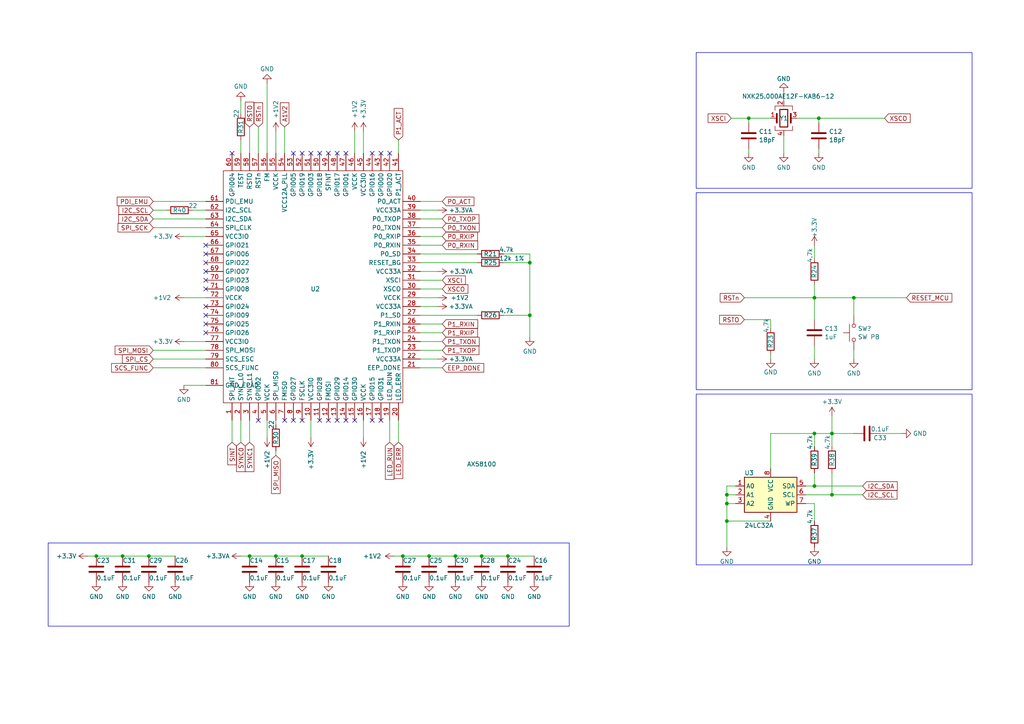
<source format=kicad_sch>
(kicad_sch (version 20230121) (generator eeschema)

  (uuid d01ee7a8-badb-421f-a195-8ebab99570c6)

  (paper "A4")

  (lib_symbols
    (symbol "Device:C" (pin_numbers hide) (pin_names (offset 0.254)) (in_bom yes) (on_board yes)
      (property "Reference" "C" (at 0.635 2.54 0)
        (effects (font (size 1.27 1.27)) (justify left))
      )
      (property "Value" "C" (at 0.635 -2.54 0)
        (effects (font (size 1.27 1.27)) (justify left))
      )
      (property "Footprint" "" (at 0.9652 -3.81 0)
        (effects (font (size 1.27 1.27)) hide)
      )
      (property "Datasheet" "~" (at 0 0 0)
        (effects (font (size 1.27 1.27)) hide)
      )
      (property "ki_keywords" "cap capacitor" (at 0 0 0)
        (effects (font (size 1.27 1.27)) hide)
      )
      (property "ki_description" "Unpolarized capacitor" (at 0 0 0)
        (effects (font (size 1.27 1.27)) hide)
      )
      (property "ki_fp_filters" "C_*" (at 0 0 0)
        (effects (font (size 1.27 1.27)) hide)
      )
      (symbol "C_0_1"
        (polyline
          (pts
            (xy -2.032 -0.762)
            (xy 2.032 -0.762)
          )
          (stroke (width 0.508) (type default))
          (fill (type none))
        )
        (polyline
          (pts
            (xy -2.032 0.762)
            (xy 2.032 0.762)
          )
          (stroke (width 0.508) (type default))
          (fill (type none))
        )
      )
      (symbol "C_1_1"
        (pin passive line (at 0 3.81 270) (length 2.794)
          (name "~" (effects (font (size 1.27 1.27))))
          (number "1" (effects (font (size 1.27 1.27))))
        )
        (pin passive line (at 0 -3.81 90) (length 2.794)
          (name "~" (effects (font (size 1.27 1.27))))
          (number "2" (effects (font (size 1.27 1.27))))
        )
      )
    )
    (symbol "Device:Crystal_GND24" (pin_names (offset 1.016) hide) (in_bom yes) (on_board yes)
      (property "Reference" "Y" (at 3.175 5.08 0)
        (effects (font (size 1.27 1.27)) (justify left))
      )
      (property "Value" "Crystal_GND24" (at 3.175 3.175 0)
        (effects (font (size 1.27 1.27)) (justify left))
      )
      (property "Footprint" "" (at 0 0 0)
        (effects (font (size 1.27 1.27)) hide)
      )
      (property "Datasheet" "~" (at 0 0 0)
        (effects (font (size 1.27 1.27)) hide)
      )
      (property "ki_keywords" "quartz ceramic resonator oscillator" (at 0 0 0)
        (effects (font (size 1.27 1.27)) hide)
      )
      (property "ki_description" "Four pin crystal, GND on pins 2 and 4" (at 0 0 0)
        (effects (font (size 1.27 1.27)) hide)
      )
      (property "ki_fp_filters" "Crystal*" (at 0 0 0)
        (effects (font (size 1.27 1.27)) hide)
      )
      (symbol "Crystal_GND24_0_1"
        (rectangle (start -1.143 2.54) (end 1.143 -2.54)
          (stroke (width 0.3048) (type default))
          (fill (type none))
        )
        (polyline
          (pts
            (xy -2.54 0)
            (xy -2.032 0)
          )
          (stroke (width 0) (type default))
          (fill (type none))
        )
        (polyline
          (pts
            (xy -2.032 -1.27)
            (xy -2.032 1.27)
          )
          (stroke (width 0.508) (type default))
          (fill (type none))
        )
        (polyline
          (pts
            (xy 0 -3.81)
            (xy 0 -3.556)
          )
          (stroke (width 0) (type default))
          (fill (type none))
        )
        (polyline
          (pts
            (xy 0 3.556)
            (xy 0 3.81)
          )
          (stroke (width 0) (type default))
          (fill (type none))
        )
        (polyline
          (pts
            (xy 2.032 -1.27)
            (xy 2.032 1.27)
          )
          (stroke (width 0.508) (type default))
          (fill (type none))
        )
        (polyline
          (pts
            (xy 2.032 0)
            (xy 2.54 0)
          )
          (stroke (width 0) (type default))
          (fill (type none))
        )
        (polyline
          (pts
            (xy -2.54 -2.286)
            (xy -2.54 -3.556)
            (xy 2.54 -3.556)
            (xy 2.54 -2.286)
          )
          (stroke (width 0) (type default))
          (fill (type none))
        )
        (polyline
          (pts
            (xy -2.54 2.286)
            (xy -2.54 3.556)
            (xy 2.54 3.556)
            (xy 2.54 2.286)
          )
          (stroke (width 0) (type default))
          (fill (type none))
        )
      )
      (symbol "Crystal_GND24_1_1"
        (pin passive line (at -3.81 0 0) (length 1.27)
          (name "1" (effects (font (size 1.27 1.27))))
          (number "1" (effects (font (size 1.27 1.27))))
        )
        (pin passive line (at 0 5.08 270) (length 1.27)
          (name "2" (effects (font (size 1.27 1.27))))
          (number "2" (effects (font (size 1.27 1.27))))
        )
        (pin passive line (at 3.81 0 180) (length 1.27)
          (name "3" (effects (font (size 1.27 1.27))))
          (number "3" (effects (font (size 1.27 1.27))))
        )
        (pin passive line (at 0 -5.08 90) (length 1.27)
          (name "4" (effects (font (size 1.27 1.27))))
          (number "4" (effects (font (size 1.27 1.27))))
        )
      )
    )
    (symbol "Device:R" (pin_numbers hide) (pin_names (offset 0)) (in_bom yes) (on_board yes)
      (property "Reference" "R" (at 2.032 0 90)
        (effects (font (size 1.27 1.27)))
      )
      (property "Value" "R" (at 0 0 90)
        (effects (font (size 1.27 1.27)))
      )
      (property "Footprint" "" (at -1.778 0 90)
        (effects (font (size 1.27 1.27)) hide)
      )
      (property "Datasheet" "~" (at 0 0 0)
        (effects (font (size 1.27 1.27)) hide)
      )
      (property "ki_keywords" "R res resistor" (at 0 0 0)
        (effects (font (size 1.27 1.27)) hide)
      )
      (property "ki_description" "Resistor" (at 0 0 0)
        (effects (font (size 1.27 1.27)) hide)
      )
      (property "ki_fp_filters" "R_*" (at 0 0 0)
        (effects (font (size 1.27 1.27)) hide)
      )
      (symbol "R_0_1"
        (rectangle (start -1.016 -2.54) (end 1.016 2.54)
          (stroke (width 0.254) (type default))
          (fill (type none))
        )
      )
      (symbol "R_1_1"
        (pin passive line (at 0 3.81 270) (length 1.27)
          (name "~" (effects (font (size 1.27 1.27))))
          (number "1" (effects (font (size 1.27 1.27))))
        )
        (pin passive line (at 0 -3.81 90) (length 1.27)
          (name "~" (effects (font (size 1.27 1.27))))
          (number "2" (effects (font (size 1.27 1.27))))
        )
      )
    )
    (symbol "HakansLibrary:AX58100" (in_bom yes) (on_board yes)
      (property "Reference" "U" (at 0 0 0)
        (effects (font (size 1.27 1.27)))
      )
      (property "Value" "" (at 0 0 0)
        (effects (font (size 1.27 1.27)))
      )
      (property "Footprint" "" (at 0 0 0)
        (effects (font (size 1.27 1.27)) hide)
      )
      (property "Datasheet" "" (at 0 0 0)
        (effects (font (size 1.27 1.27)) hide)
      )
      (symbol "AX58100_0_1"
        (rectangle (start -74.93 85.09) (end -22.86 17.78)
          (stroke (width 0) (type default))
          (fill (type none))
        )
      )
      (symbol "AX58100_1_0"
        (pin power_in line (at -80.01 22.86 0) (length 5.08)
          (name "GND_EPAD" (effects (font (size 1.27 1.27))))
          (number "81" (effects (font (size 1.27 1.27))))
        )
      )
      (symbol "AX58100_1_1"
        (pin output line (at -72.39 12.7 90) (length 5.08)
          (name "SPI_INT" (effects (font (size 1.27 1.27))))
          (number "1" (effects (font (size 1.27 1.27))))
        )
        (pin power_in line (at -49.53 12.7 90) (length 5.08)
          (name "VCC3IO" (effects (font (size 1.27 1.27))))
          (number "10" (effects (font (size 1.27 1.27))))
        )
        (pin bidirectional line (at -46.99 12.7 90) (length 5.08)
          (name "GPIO28" (effects (font (size 1.27 1.27))))
          (number "11" (effects (font (size 1.27 1.27))))
        )
        (pin input line (at -44.45 12.7 90) (length 5.08)
          (name "FMOSI" (effects (font (size 1.27 1.27))))
          (number "12" (effects (font (size 1.27 1.27))))
        )
        (pin bidirectional line (at -41.91 12.7 90) (length 5.08)
          (name "GPIO29" (effects (font (size 1.27 1.27))))
          (number "13" (effects (font (size 1.27 1.27))))
        )
        (pin bidirectional line (at -39.37 12.7 90) (length 5.08)
          (name "GPIO14" (effects (font (size 1.27 1.27))))
          (number "14" (effects (font (size 1.27 1.27))))
        )
        (pin bidirectional line (at -36.83 12.7 90) (length 5.08)
          (name "GPIO30" (effects (font (size 1.27 1.27))))
          (number "15" (effects (font (size 1.27 1.27))))
        )
        (pin power_in line (at -34.29 12.7 90) (length 5.08)
          (name "VCCK" (effects (font (size 1.27 1.27))))
          (number "16" (effects (font (size 1.27 1.27))))
        )
        (pin bidirectional line (at -31.75 12.7 90) (length 5.08)
          (name "GPIO15" (effects (font (size 1.27 1.27))))
          (number "17" (effects (font (size 1.27 1.27))))
        )
        (pin bidirectional line (at -29.21 12.7 90) (length 5.08)
          (name "GPIO31" (effects (font (size 1.27 1.27))))
          (number "18" (effects (font (size 1.27 1.27))))
        )
        (pin bidirectional line (at -26.67 12.7 90) (length 5.08)
          (name "LED_RUN" (effects (font (size 1.27 1.27))))
          (number "19" (effects (font (size 1.27 1.27))))
        )
        (pin bidirectional line (at -69.85 12.7 90) (length 5.08)
          (name "SYNC_L0" (effects (font (size 1.27 1.27))))
          (number "2" (effects (font (size 1.27 1.27))))
        )
        (pin bidirectional line (at -24.13 12.7 90) (length 5.08)
          (name "LED_ERR" (effects (font (size 1.27 1.27))))
          (number "20" (effects (font (size 1.27 1.27))))
        )
        (pin output line (at -17.78 27.94 180) (length 5.08)
          (name "EEP_DONE" (effects (font (size 1.27 1.27))))
          (number "21" (effects (font (size 1.27 1.27))))
        )
        (pin power_in line (at -17.78 30.48 180) (length 5.08)
          (name "VCC33A" (effects (font (size 1.27 1.27))))
          (number "22" (effects (font (size 1.27 1.27))))
        )
        (pin bidirectional line (at -17.78 33.02 180) (length 5.08)
          (name "P1_TXOP" (effects (font (size 1.27 1.27))))
          (number "23" (effects (font (size 1.27 1.27))))
        )
        (pin bidirectional line (at -17.78 35.56 180) (length 5.08)
          (name "P1_TXON" (effects (font (size 1.27 1.27))))
          (number "24" (effects (font (size 1.27 1.27))))
        )
        (pin bidirectional line (at -17.78 38.1 180) (length 5.08)
          (name "P1_RXIP" (effects (font (size 1.27 1.27))))
          (number "25" (effects (font (size 1.27 1.27))))
        )
        (pin bidirectional line (at -17.78 40.64 180) (length 5.08)
          (name "P1_RXIN" (effects (font (size 1.27 1.27))))
          (number "26" (effects (font (size 1.27 1.27))))
        )
        (pin bidirectional line (at -17.78 43.18 180) (length 5.08)
          (name "P1_SD" (effects (font (size 1.27 1.27))))
          (number "27" (effects (font (size 1.27 1.27))))
        )
        (pin power_in line (at -17.78 45.72 180) (length 5.08)
          (name "VCC33A" (effects (font (size 1.27 1.27))))
          (number "28" (effects (font (size 1.27 1.27))))
        )
        (pin power_in line (at -17.78 48.26 180) (length 5.08)
          (name "VCCK" (effects (font (size 1.27 1.27))))
          (number "29" (effects (font (size 1.27 1.27))))
        )
        (pin bidirectional line (at -67.31 12.7 90) (length 5.08)
          (name "SYNC_L1" (effects (font (size 1.27 1.27))))
          (number "3" (effects (font (size 1.27 1.27))))
        )
        (pin bidirectional line (at -17.78 50.8 180) (length 5.08)
          (name "XSCO" (effects (font (size 1.27 1.27))))
          (number "30" (effects (font (size 1.27 1.27))))
        )
        (pin input line (at -17.78 53.34 180) (length 5.08)
          (name "XSCI" (effects (font (size 1.27 1.27))))
          (number "31" (effects (font (size 1.27 1.27))))
        )
        (pin power_in line (at -17.78 55.88 180) (length 5.08)
          (name "VCC33A" (effects (font (size 1.27 1.27))))
          (number "32" (effects (font (size 1.27 1.27))))
        )
        (pin output line (at -17.78 58.42 180) (length 5.08)
          (name "RESET_BG" (effects (font (size 1.27 1.27))))
          (number "33" (effects (font (size 1.27 1.27))))
        )
        (pin bidirectional line (at -17.78 60.96 180) (length 5.08)
          (name "P0_SD" (effects (font (size 1.27 1.27))))
          (number "34" (effects (font (size 1.27 1.27))))
        )
        (pin bidirectional line (at -17.78 63.5 180) (length 5.08)
          (name "P0_RXIN" (effects (font (size 1.27 1.27))))
          (number "35" (effects (font (size 1.27 1.27))))
        )
        (pin bidirectional line (at -17.78 66.04 180) (length 5.08)
          (name "P0_RXIP" (effects (font (size 1.27 1.27))))
          (number "36" (effects (font (size 1.27 1.27))))
        )
        (pin bidirectional line (at -17.78 68.58 180) (length 5.08)
          (name "P0_TXON" (effects (font (size 1.27 1.27))))
          (number "37" (effects (font (size 1.27 1.27))))
        )
        (pin bidirectional line (at -17.78 71.12 180) (length 5.08)
          (name "P0_TXOP" (effects (font (size 1.27 1.27))))
          (number "38" (effects (font (size 1.27 1.27))))
        )
        (pin power_in line (at -17.78 73.66 180) (length 5.08)
          (name "VCC33A" (effects (font (size 1.27 1.27))))
          (number "39" (effects (font (size 1.27 1.27))))
        )
        (pin bidirectional line (at -64.77 12.7 90) (length 5.08)
          (name "GPIO02" (effects (font (size 1.27 1.27))))
          (number "4" (effects (font (size 1.27 1.27))))
        )
        (pin bidirectional line (at -17.78 76.2 180) (length 5.08)
          (name "P0_ACT" (effects (font (size 1.27 1.27))))
          (number "40" (effects (font (size 1.27 1.27))))
        )
        (pin input line (at -24.13 90.17 270) (length 5.08)
          (name "P1_ACT" (effects (font (size 1.27 1.27))))
          (number "41" (effects (font (size 1.27 1.27))))
        )
        (pin bidirectional line (at -26.67 90.17 270) (length 5.08)
          (name "GPIO20" (effects (font (size 1.27 1.27))))
          (number "42" (effects (font (size 1.27 1.27))))
        )
        (pin bidirectional line (at -29.21 90.17 270) (length 5.08)
          (name "GPIO00" (effects (font (size 1.27 1.27))))
          (number "43" (effects (font (size 1.27 1.27))))
        )
        (pin bidirectional line (at -31.75 90.17 270) (length 5.08)
          (name "GPIO16" (effects (font (size 1.27 1.27))))
          (number "44" (effects (font (size 1.27 1.27))))
        )
        (pin power_in line (at -34.29 90.17 270) (length 5.08)
          (name "VCC3IO" (effects (font (size 1.27 1.27))))
          (number "45" (effects (font (size 1.27 1.27))))
        )
        (pin power_in line (at -36.83 90.17 270) (length 5.08)
          (name "VCCK" (effects (font (size 1.27 1.27))))
          (number "46" (effects (font (size 1.27 1.27))))
        )
        (pin bidirectional line (at -39.37 90.17 270) (length 5.08)
          (name "GPIO01" (effects (font (size 1.27 1.27))))
          (number "47" (effects (font (size 1.27 1.27))))
        )
        (pin bidirectional line (at -41.91 90.17 270) (length 5.08)
          (name "GPIO17" (effects (font (size 1.27 1.27))))
          (number "48" (effects (font (size 1.27 1.27))))
        )
        (pin output line (at -44.45 90.17 270) (length 5.08)
          (name "SFINT" (effects (font (size 1.27 1.27))))
          (number "49" (effects (font (size 1.27 1.27))))
        )
        (pin power_in line (at -62.23 12.7 90) (length 5.08)
          (name "VCCK" (effects (font (size 1.27 1.27))))
          (number "5" (effects (font (size 1.27 1.27))))
        )
        (pin bidirectional line (at -46.99 90.17 270) (length 5.08)
          (name "GPIO18" (effects (font (size 1.27 1.27))))
          (number "50" (effects (font (size 1.27 1.27))))
        )
        (pin passive line (at -49.53 90.17 270) (length 5.08)
          (name "GPIO03" (effects (font (size 1.27 1.27))))
          (number "51" (effects (font (size 1.27 1.27))))
        )
        (pin bidirectional line (at -52.07 90.17 270) (length 5.08)
          (name "GPIO19" (effects (font (size 1.27 1.27))))
          (number "52" (effects (font (size 1.27 1.27))))
        )
        (pin bidirectional line (at -54.61 90.17 270) (length 5.08)
          (name "GPIO05" (effects (font (size 1.27 1.27))))
          (number "53" (effects (font (size 1.27 1.27))))
        )
        (pin power_in line (at -57.15 90.17 270) (length 5.08)
          (name "VCC12A_PLL" (effects (font (size 1.27 1.27))))
          (number "54" (effects (font (size 1.27 1.27))))
        )
        (pin power_in line (at -59.69 90.17 270) (length 5.08)
          (name "VCCK" (effects (font (size 1.27 1.27))))
          (number "55" (effects (font (size 1.27 1.27))))
        )
        (pin input line (at -62.23 90.17 270) (length 5.08)
          (name "FM" (effects (font (size 1.27 1.27))))
          (number "56" (effects (font (size 1.27 1.27))))
        )
        (pin input line (at -64.77 90.17 270) (length 5.08)
          (name "RSTn" (effects (font (size 1.27 1.27))))
          (number "57" (effects (font (size 1.27 1.27))))
        )
        (pin output line (at -67.31 90.17 270) (length 5.08)
          (name "RSTO" (effects (font (size 1.27 1.27))))
          (number "58" (effects (font (size 1.27 1.27))))
        )
        (pin input line (at -69.85 90.17 270) (length 5.08)
          (name "TEST" (effects (font (size 1.27 1.27))))
          (number "59" (effects (font (size 1.27 1.27))))
        )
        (pin output line (at -59.69 12.7 90) (length 5.08)
          (name "SPI_MISO" (effects (font (size 1.27 1.27))))
          (number "6" (effects (font (size 1.27 1.27))))
        )
        (pin bidirectional line (at -72.39 90.17 270) (length 5.08)
          (name "GPIO04" (effects (font (size 1.27 1.27))))
          (number "60" (effects (font (size 1.27 1.27))))
        )
        (pin input line (at -80.01 76.2 0) (length 5.08)
          (name "PDI_EMU" (effects (font (size 1.27 1.27))))
          (number "61" (effects (font (size 1.27 1.27))))
        )
        (pin output line (at -80.01 73.66 0) (length 5.08)
          (name "I2C_SCL" (effects (font (size 1.27 1.27))))
          (number "62" (effects (font (size 1.27 1.27))))
        )
        (pin bidirectional line (at -80.01 71.12 0) (length 5.08)
          (name "I2C_SDA" (effects (font (size 1.27 1.27))))
          (number "63" (effects (font (size 1.27 1.27))))
        )
        (pin input line (at -80.01 68.58 0) (length 5.08)
          (name "SPI_CLK" (effects (font (size 1.27 1.27))))
          (number "64" (effects (font (size 1.27 1.27))))
        )
        (pin power_in line (at -80.01 66.04 0) (length 5.08)
          (name "VCC3IO" (effects (font (size 1.27 1.27))))
          (number "65" (effects (font (size 1.27 1.27))))
        )
        (pin bidirectional line (at -80.01 63.5 0) (length 5.08)
          (name "GPIO21" (effects (font (size 1.27 1.27))))
          (number "66" (effects (font (size 1.27 1.27))))
        )
        (pin bidirectional line (at -80.01 60.96 0) (length 5.08)
          (name "GPIO06" (effects (font (size 1.27 1.27))))
          (number "67" (effects (font (size 1.27 1.27))))
        )
        (pin bidirectional line (at -80.01 58.42 0) (length 5.08)
          (name "GPIO22" (effects (font (size 1.27 1.27))))
          (number "68" (effects (font (size 1.27 1.27))))
        )
        (pin bidirectional line (at -80.01 55.88 0) (length 5.08)
          (name "GPIO07" (effects (font (size 1.27 1.27))))
          (number "69" (effects (font (size 1.27 1.27))))
        )
        (pin output line (at -57.15 12.7 90) (length 5.08)
          (name "FMISO" (effects (font (size 1.27 1.27))))
          (number "7" (effects (font (size 1.27 1.27))))
        )
        (pin bidirectional line (at -80.01 53.34 0) (length 5.08)
          (name "GPIO23" (effects (font (size 1.27 1.27))))
          (number "70" (effects (font (size 1.27 1.27))))
        )
        (pin bidirectional line (at -80.01 50.8 0) (length 5.08)
          (name "GPIO08" (effects (font (size 1.27 1.27))))
          (number "71" (effects (font (size 1.27 1.27))))
        )
        (pin power_in line (at -80.01 48.26 0) (length 5.08)
          (name "VCCK" (effects (font (size 1.27 1.27))))
          (number "72" (effects (font (size 1.27 1.27))))
        )
        (pin bidirectional line (at -80.01 45.72 0) (length 5.08)
          (name "GPIO24" (effects (font (size 1.27 1.27))))
          (number "73" (effects (font (size 1.27 1.27))))
        )
        (pin bidirectional line (at -80.01 43.18 0) (length 5.08)
          (name "GPIO09" (effects (font (size 1.27 1.27))))
          (number "74" (effects (font (size 1.27 1.27))))
        )
        (pin bidirectional line (at -80.01 40.64 0) (length 5.08)
          (name "GPIO25" (effects (font (size 1.27 1.27))))
          (number "75" (effects (font (size 1.27 1.27))))
        )
        (pin bidirectional line (at -80.01 38.1 0) (length 5.08)
          (name "GPIO26" (effects (font (size 1.27 1.27))))
          (number "76" (effects (font (size 1.27 1.27))))
        )
        (pin power_in line (at -80.01 35.56 0) (length 5.08)
          (name "VCC3IO" (effects (font (size 1.27 1.27))))
          (number "77" (effects (font (size 1.27 1.27))))
        )
        (pin input line (at -80.01 33.02 0) (length 5.08)
          (name "SPI_MOSI" (effects (font (size 1.27 1.27))))
          (number "78" (effects (font (size 1.27 1.27))))
        )
        (pin input line (at -80.01 30.48 0) (length 5.08)
          (name "SCS_ESC" (effects (font (size 1.27 1.27))))
          (number "79" (effects (font (size 1.27 1.27))))
        )
        (pin bidirectional line (at -54.61 12.7 90) (length 5.08)
          (name "GPIO27" (effects (font (size 1.27 1.27))))
          (number "8" (effects (font (size 1.27 1.27))))
        )
        (pin input line (at -80.01 27.94 0) (length 5.08)
          (name "SCS_FUNC" (effects (font (size 1.27 1.27))))
          (number "80" (effects (font (size 1.27 1.27))))
        )
        (pin input line (at -52.07 12.7 90) (length 5.08)
          (name "FSCLK" (effects (font (size 1.27 1.27))))
          (number "9" (effects (font (size 1.27 1.27))))
        )
      )
    )
    (symbol "Memory_EEPROM:AT24CS32-SSHM" (in_bom yes) (on_board yes)
      (property "Reference" "U" (at -7.62 6.35 0)
        (effects (font (size 1.27 1.27)))
      )
      (property "Value" "AT24CS32-SSHM" (at 2.54 -6.35 0)
        (effects (font (size 1.27 1.27)) (justify left))
      )
      (property "Footprint" "Package_SO:SOIC-8_3.9x4.9mm_P1.27mm" (at 0 0 0)
        (effects (font (size 1.27 1.27)) hide)
      )
      (property "Datasheet" "http://ww1.microchip.com/downloads/en/DeviceDoc/Atmel-8869-SEEPROM-AT24CS32-Datasheet.pdf" (at 0 0 0)
        (effects (font (size 1.27 1.27)) hide)
      )
      (property "ki_keywords" "I2C Serial EEPROM Nonvolatile Memory" (at 0 0 0)
        (effects (font (size 1.27 1.27)) hide)
      )
      (property "ki_description" "I2C Serial EEPROM, 32Kb (4096x8) with Unique Serial Number, SO8" (at 0 0 0)
        (effects (font (size 1.27 1.27)) hide)
      )
      (property "ki_fp_filters" "SOIC*3.9x4.9mm*P1.27mm*" (at 0 0 0)
        (effects (font (size 1.27 1.27)) hide)
      )
      (symbol "AT24CS32-SSHM_1_1"
        (rectangle (start -7.62 5.08) (end 7.62 -5.08)
          (stroke (width 0.254) (type default))
          (fill (type background))
        )
        (pin input line (at -10.16 2.54 0) (length 2.54)
          (name "A0" (effects (font (size 1.27 1.27))))
          (number "1" (effects (font (size 1.27 1.27))))
        )
        (pin input line (at -10.16 0 0) (length 2.54)
          (name "A1" (effects (font (size 1.27 1.27))))
          (number "2" (effects (font (size 1.27 1.27))))
        )
        (pin input line (at -10.16 -2.54 0) (length 2.54)
          (name "A2" (effects (font (size 1.27 1.27))))
          (number "3" (effects (font (size 1.27 1.27))))
        )
        (pin power_in line (at 0 -7.62 90) (length 2.54)
          (name "GND" (effects (font (size 1.27 1.27))))
          (number "4" (effects (font (size 1.27 1.27))))
        )
        (pin bidirectional line (at 10.16 2.54 180) (length 2.54)
          (name "SDA" (effects (font (size 1.27 1.27))))
          (number "5" (effects (font (size 1.27 1.27))))
        )
        (pin input line (at 10.16 0 180) (length 2.54)
          (name "SCL" (effects (font (size 1.27 1.27))))
          (number "6" (effects (font (size 1.27 1.27))))
        )
        (pin input line (at 10.16 -2.54 180) (length 2.54)
          (name "WP" (effects (font (size 1.27 1.27))))
          (number "7" (effects (font (size 1.27 1.27))))
        )
        (pin power_in line (at 0 7.62 270) (length 2.54)
          (name "VCC" (effects (font (size 1.27 1.27))))
          (number "8" (effects (font (size 1.27 1.27))))
        )
      )
    )
    (symbol "Switch:SW_Push" (pin_numbers hide) (pin_names (offset 1.016) hide) (in_bom yes) (on_board yes)
      (property "Reference" "SW" (at 1.27 2.54 0)
        (effects (font (size 1.27 1.27)) (justify left))
      )
      (property "Value" "SW_Push" (at 0 -1.524 0)
        (effects (font (size 1.27 1.27)))
      )
      (property "Footprint" "" (at 0 5.08 0)
        (effects (font (size 1.27 1.27)) hide)
      )
      (property "Datasheet" "~" (at 0 5.08 0)
        (effects (font (size 1.27 1.27)) hide)
      )
      (property "ki_keywords" "switch normally-open pushbutton push-button" (at 0 0 0)
        (effects (font (size 1.27 1.27)) hide)
      )
      (property "ki_description" "Push button switch, generic, two pins" (at 0 0 0)
        (effects (font (size 1.27 1.27)) hide)
      )
      (symbol "SW_Push_0_1"
        (circle (center -2.032 0) (radius 0.508)
          (stroke (width 0) (type default))
          (fill (type none))
        )
        (polyline
          (pts
            (xy 0 1.27)
            (xy 0 3.048)
          )
          (stroke (width 0) (type default))
          (fill (type none))
        )
        (polyline
          (pts
            (xy 2.54 1.27)
            (xy -2.54 1.27)
          )
          (stroke (width 0) (type default))
          (fill (type none))
        )
        (circle (center 2.032 0) (radius 0.508)
          (stroke (width 0) (type default))
          (fill (type none))
        )
        (pin passive line (at -5.08 0 0) (length 2.54)
          (name "1" (effects (font (size 1.27 1.27))))
          (number "1" (effects (font (size 1.27 1.27))))
        )
        (pin passive line (at 5.08 0 180) (length 2.54)
          (name "2" (effects (font (size 1.27 1.27))))
          (number "2" (effects (font (size 1.27 1.27))))
        )
      )
    )
    (symbol "power:+1V2" (power) (pin_names (offset 0)) (in_bom yes) (on_board yes)
      (property "Reference" "#PWR" (at 0 -3.81 0)
        (effects (font (size 1.27 1.27)) hide)
      )
      (property "Value" "+1V2" (at 0 3.556 0)
        (effects (font (size 1.27 1.27)))
      )
      (property "Footprint" "" (at 0 0 0)
        (effects (font (size 1.27 1.27)) hide)
      )
      (property "Datasheet" "" (at 0 0 0)
        (effects (font (size 1.27 1.27)) hide)
      )
      (property "ki_keywords" "global power" (at 0 0 0)
        (effects (font (size 1.27 1.27)) hide)
      )
      (property "ki_description" "Power symbol creates a global label with name \"+1V2\"" (at 0 0 0)
        (effects (font (size 1.27 1.27)) hide)
      )
      (symbol "+1V2_0_1"
        (polyline
          (pts
            (xy -0.762 1.27)
            (xy 0 2.54)
          )
          (stroke (width 0) (type default))
          (fill (type none))
        )
        (polyline
          (pts
            (xy 0 0)
            (xy 0 2.54)
          )
          (stroke (width 0) (type default))
          (fill (type none))
        )
        (polyline
          (pts
            (xy 0 2.54)
            (xy 0.762 1.27)
          )
          (stroke (width 0) (type default))
          (fill (type none))
        )
      )
      (symbol "+1V2_1_1"
        (pin power_in line (at 0 0 90) (length 0) hide
          (name "+1V2" (effects (font (size 1.27 1.27))))
          (number "1" (effects (font (size 1.27 1.27))))
        )
      )
    )
    (symbol "power:+3.3V" (power) (pin_names (offset 0)) (in_bom yes) (on_board yes)
      (property "Reference" "#PWR" (at 0 -3.81 0)
        (effects (font (size 1.27 1.27)) hide)
      )
      (property "Value" "+3.3V" (at 0 3.556 0)
        (effects (font (size 1.27 1.27)))
      )
      (property "Footprint" "" (at 0 0 0)
        (effects (font (size 1.27 1.27)) hide)
      )
      (property "Datasheet" "" (at 0 0 0)
        (effects (font (size 1.27 1.27)) hide)
      )
      (property "ki_keywords" "global power" (at 0 0 0)
        (effects (font (size 1.27 1.27)) hide)
      )
      (property "ki_description" "Power symbol creates a global label with name \"+3.3V\"" (at 0 0 0)
        (effects (font (size 1.27 1.27)) hide)
      )
      (symbol "+3.3V_0_1"
        (polyline
          (pts
            (xy -0.762 1.27)
            (xy 0 2.54)
          )
          (stroke (width 0) (type default))
          (fill (type none))
        )
        (polyline
          (pts
            (xy 0 0)
            (xy 0 2.54)
          )
          (stroke (width 0) (type default))
          (fill (type none))
        )
        (polyline
          (pts
            (xy 0 2.54)
            (xy 0.762 1.27)
          )
          (stroke (width 0) (type default))
          (fill (type none))
        )
      )
      (symbol "+3.3V_1_1"
        (pin power_in line (at 0 0 90) (length 0) hide
          (name "+3.3V" (effects (font (size 1.27 1.27))))
          (number "1" (effects (font (size 1.27 1.27))))
        )
      )
    )
    (symbol "power:+3.3VA" (power) (pin_names (offset 0)) (in_bom yes) (on_board yes)
      (property "Reference" "#PWR" (at 0 -3.81 0)
        (effects (font (size 1.27 1.27)) hide)
      )
      (property "Value" "+3.3VA" (at 0 3.556 0)
        (effects (font (size 1.27 1.27)))
      )
      (property "Footprint" "" (at 0 0 0)
        (effects (font (size 1.27 1.27)) hide)
      )
      (property "Datasheet" "" (at 0 0 0)
        (effects (font (size 1.27 1.27)) hide)
      )
      (property "ki_keywords" "global power" (at 0 0 0)
        (effects (font (size 1.27 1.27)) hide)
      )
      (property "ki_description" "Power symbol creates a global label with name \"+3.3VA\"" (at 0 0 0)
        (effects (font (size 1.27 1.27)) hide)
      )
      (symbol "+3.3VA_0_1"
        (polyline
          (pts
            (xy -0.762 1.27)
            (xy 0 2.54)
          )
          (stroke (width 0) (type default))
          (fill (type none))
        )
        (polyline
          (pts
            (xy 0 0)
            (xy 0 2.54)
          )
          (stroke (width 0) (type default))
          (fill (type none))
        )
        (polyline
          (pts
            (xy 0 2.54)
            (xy 0.762 1.27)
          )
          (stroke (width 0) (type default))
          (fill (type none))
        )
      )
      (symbol "+3.3VA_1_1"
        (pin power_in line (at 0 0 90) (length 0) hide
          (name "+3.3VA" (effects (font (size 1.27 1.27))))
          (number "1" (effects (font (size 1.27 1.27))))
        )
      )
    )
    (symbol "power:GND" (power) (pin_names (offset 0)) (in_bom yes) (on_board yes)
      (property "Reference" "#PWR" (at 0 -6.35 0)
        (effects (font (size 1.27 1.27)) hide)
      )
      (property "Value" "GND" (at 0 -3.81 0)
        (effects (font (size 1.27 1.27)))
      )
      (property "Footprint" "" (at 0 0 0)
        (effects (font (size 1.27 1.27)) hide)
      )
      (property "Datasheet" "" (at 0 0 0)
        (effects (font (size 1.27 1.27)) hide)
      )
      (property "ki_keywords" "global power" (at 0 0 0)
        (effects (font (size 1.27 1.27)) hide)
      )
      (property "ki_description" "Power symbol creates a global label with name \"GND\" , ground" (at 0 0 0)
        (effects (font (size 1.27 1.27)) hide)
      )
      (symbol "GND_0_1"
        (polyline
          (pts
            (xy 0 0)
            (xy 0 -1.27)
            (xy 1.27 -1.27)
            (xy 0 -2.54)
            (xy -1.27 -1.27)
            (xy 0 -1.27)
          )
          (stroke (width 0) (type default))
          (fill (type none))
        )
      )
      (symbol "GND_1_1"
        (pin power_in line (at 0 0 270) (length 0) hide
          (name "GND" (effects (font (size 1.27 1.27))))
          (number "1" (effects (font (size 1.27 1.27))))
        )
      )
    )
  )

  (junction (at 236.22 125.73) (diameter 0) (color 0 0 0 0)
    (uuid 0a5235fe-d0f4-420a-9560-6dd1ccdea44f)
  )
  (junction (at 217.17 34.29) (diameter 0) (color 0 0 0 0)
    (uuid 17085ee2-ab44-4709-a5bf-270ceae66d7d)
  )
  (junction (at 124.46 161.29) (diameter 0) (color 0 0 0 0)
    (uuid 1b1ffde0-61b2-4256-8eae-0e92266a923a)
  )
  (junction (at 153.67 76.2) (diameter 0) (color 0 0 0 0)
    (uuid 1d94dd01-6dce-414e-82ad-3ac082fe20b1)
  )
  (junction (at 241.3 125.73) (diameter 0) (color 0 0 0 0)
    (uuid 24742ea1-03d5-4527-95f5-a7eea04d187b)
  )
  (junction (at 236.22 86.36) (diameter 0) (color 0 0 0 0)
    (uuid 2a65f1ec-1805-4e15-b211-525d5c3ea161)
  )
  (junction (at 236.22 140.97) (diameter 0) (color 0 0 0 0)
    (uuid 311f693d-f584-4886-af7a-ac8fa87a5459)
  )
  (junction (at 87.63 161.29) (diameter 0) (color 0 0 0 0)
    (uuid 459cb36e-c919-41a8-9849-d33d3cf3a3ab)
  )
  (junction (at 27.94 161.29) (diameter 0) (color 0 0 0 0)
    (uuid 4e4c8166-269b-4ae6-9196-ef65ad6f40a6)
  )
  (junction (at 139.7 161.29) (diameter 0) (color 0 0 0 0)
    (uuid 518638a7-6bbd-4b1a-9b2a-cce11baa340f)
  )
  (junction (at 116.84 161.29) (diameter 0) (color 0 0 0 0)
    (uuid 5e09a34a-7b17-4a2b-90a4-8bfc1cabaf5f)
  )
  (junction (at 210.82 143.51) (diameter 0) (color 0 0 0 0)
    (uuid 67a18ab4-38eb-4cf0-b629-7d4f44440338)
  )
  (junction (at 72.39 161.29) (diameter 0) (color 0 0 0 0)
    (uuid 73c5d438-4432-4531-ac18-515e2a295d56)
  )
  (junction (at 241.3 143.51) (diameter 0) (color 0 0 0 0)
    (uuid 7aced3ce-c005-4d88-9a12-1925ac4397fa)
  )
  (junction (at 153.67 91.44) (diameter 0) (color 0 0 0 0)
    (uuid 99917e2e-1e40-4f4a-99a8-4c34fbd78fdf)
  )
  (junction (at 147.32 161.29) (diameter 0) (color 0 0 0 0)
    (uuid a231cb60-0cad-446a-9f03-97fe667dfe62)
  )
  (junction (at 247.65 86.36) (diameter 0) (color 0 0 0 0)
    (uuid a615565b-f9c0-4d64-9d25-cfbf8b1b8c17)
  )
  (junction (at 80.01 161.29) (diameter 0) (color 0 0 0 0)
    (uuid ae7957f9-f534-41d0-a753-56caa3c754bf)
  )
  (junction (at 237.49 34.29) (diameter 0) (color 0 0 0 0)
    (uuid c0b2a015-9e09-4b84-a8db-3e0bb525f769)
  )
  (junction (at 35.56 161.29) (diameter 0) (color 0 0 0 0)
    (uuid caba9587-a93b-48be-9f22-46de7040b109)
  )
  (junction (at 132.08 161.29) (diameter 0) (color 0 0 0 0)
    (uuid da4bb6a4-2f3c-483c-89d5-98eab6f4825a)
  )
  (junction (at 43.18 161.29) (diameter 0) (color 0 0 0 0)
    (uuid e9be516d-f9ef-42ce-8a9c-f494160f831d)
  )
  (junction (at 210.82 146.05) (diameter 0) (color 0 0 0 0)
    (uuid eaf169ee-6223-4611-8993-ed3e0b7aaec9)
  )
  (junction (at 210.82 151.13) (diameter 0) (color 0 0 0 0)
    (uuid faab8082-b421-4936-8c29-d2204fb190fc)
  )

  (no_connect (at 85.09 121.92) (uuid 03582372-7a88-4dc8-b70a-ae5c9d9f5b9a))
  (no_connect (at 87.63 121.92) (uuid 04e36fae-2fa9-48ac-a272-64ef16d0e780))
  (no_connect (at 59.69 83.82) (uuid 058de604-e96a-49cf-a6be-6c42925562f3))
  (no_connect (at 59.69 91.44) (uuid 08886f01-e77c-4362-a629-2c438cc27a63))
  (no_connect (at 59.69 81.28) (uuid 18f52e10-e495-4347-acf1-89bfe8639768))
  (no_connect (at 85.09 44.45) (uuid 240f3c27-2110-43f9-a808-ae20464ef694))
  (no_connect (at 67.31 44.45) (uuid 2af2109d-c939-4ead-af49-a424852e6172))
  (no_connect (at 59.69 71.12) (uuid 2f2848fd-d350-4fe2-87cd-fc2cc311b844))
  (no_connect (at 100.33 44.45) (uuid 31944800-0220-4d45-9fc5-8988659e74fe))
  (no_connect (at 59.69 96.52) (uuid 3a0b54b2-bb15-4518-ad60-3e64ff13a2e8))
  (no_connect (at 113.03 44.45) (uuid 4b7cfe5b-f660-4679-9ef1-b97e92bc3c36))
  (no_connect (at 110.49 121.92) (uuid 54385480-26fd-4975-aa62-b22124f5d1b5))
  (no_connect (at 74.93 121.92) (uuid 5bcd07e5-9083-426a-a5d3-af6bf2d9a1d6))
  (no_connect (at 87.63 44.45) (uuid 64a80b79-cebd-4ffe-b46e-e61b58b2183d))
  (no_connect (at 95.25 44.45) (uuid 694a30c6-a7b1-4241-a162-df183afc2497))
  (no_connect (at 100.33 121.92) (uuid 76fc4185-45ad-47ae-a93a-b175c52404bb))
  (no_connect (at 95.25 121.92) (uuid 8812957d-039a-4ea4-af3f-52ce66a981f6))
  (no_connect (at 92.71 121.92) (uuid 8f5462c5-90d8-4d03-b113-1a67d2fbbfb4))
  (no_connect (at 97.79 44.45) (uuid 97fd1361-0026-4642-bcc4-b9d12ff1e962))
  (no_connect (at 59.69 76.2) (uuid 99645fbb-a256-49e6-b054-3d35c51aff78))
  (no_connect (at 82.55 121.92) (uuid 9d90f53c-e89c-413f-9a52-078258e8132a))
  (no_connect (at 107.95 121.92) (uuid a7b86ea2-55cf-4be8-a2c1-f18865c887f8))
  (no_connect (at 59.69 73.66) (uuid af074485-35ea-422a-94b3-bce6a32cfb11))
  (no_connect (at 110.49 44.45) (uuid baf6f094-61dd-49ff-866c-cbe4e6117fb4))
  (no_connect (at 97.79 121.92) (uuid bdf35d6b-f636-4be1-8c42-11a0fa301e43))
  (no_connect (at 107.95 44.45) (uuid bdfa3fbe-e787-4953-9ced-2f259a07d907))
  (no_connect (at 102.87 121.92) (uuid d11dd1ab-6cfc-4e71-b53f-f1d9df4c8669))
  (no_connect (at 59.69 93.98) (uuid d1e03a74-825f-4efb-8a7a-f4ee7ff18474))
  (no_connect (at 59.69 78.74) (uuid e0ca855f-0283-42db-913f-eb2685ade921))
  (no_connect (at 92.71 44.45) (uuid e2dafc7d-664a-49c3-a78a-870e04a8e028))
  (no_connect (at 59.69 88.9) (uuid ebb7839a-eced-476b-97e1-b0db9fb869a5))
  (no_connect (at 90.17 44.45) (uuid fa72b806-ea2f-445f-8bbe-ff5f49fe49af))

  (wire (pts (xy 44.45 58.42) (xy 59.69 58.42))
    (stroke (width 0) (type default))
    (uuid 0661466e-b1cf-459f-9610-fe6f7ab50f2f)
  )
  (wire (pts (xy 87.63 161.29) (xy 95.25 161.29))
    (stroke (width 0) (type default))
    (uuid 080445ef-121f-457a-8eb8-c01d133144f1)
  )
  (wire (pts (xy 127 60.96) (xy 121.92 60.96))
    (stroke (width 0) (type default))
    (uuid 0b164e35-60db-4fd7-9c70-50773f31c89c)
  )
  (wire (pts (xy 121.92 106.68) (xy 128.27 106.68))
    (stroke (width 0) (type default))
    (uuid 0cc2dfd8-1e97-4952-babd-8fbbbafc0d63)
  )
  (wire (pts (xy 127 86.36) (xy 121.92 86.36))
    (stroke (width 0) (type default))
    (uuid 0cd43ee8-7dba-4c49-82e1-26ad23998744)
  )
  (wire (pts (xy 138.43 76.2) (xy 121.92 76.2))
    (stroke (width 0) (type default))
    (uuid 0d22e0f2-b460-4b38-bd52-0fd1b6149a2d)
  )
  (wire (pts (xy 69.85 29.21) (xy 69.85 33.02))
    (stroke (width 0) (type default))
    (uuid 1089a63d-cc51-42a5-9e82-ae833def9b39)
  )
  (wire (pts (xy 247.65 86.36) (xy 262.89 86.36))
    (stroke (width 0) (type default))
    (uuid 11074601-6391-4aa4-bc8b-e295b30652ef)
  )
  (wire (pts (xy 236.22 104.14) (xy 236.22 100.33))
    (stroke (width 0) (type default))
    (uuid 123d2517-3309-4416-8a1a-5c55c648b646)
  )
  (wire (pts (xy 241.3 143.51) (xy 250.19 143.51))
    (stroke (width 0) (type default))
    (uuid 14221c0e-c601-43b2-933b-b5680988fbd1)
  )
  (wire (pts (xy 247.65 125.73) (xy 241.3 125.73))
    (stroke (width 0) (type default))
    (uuid 15082dba-b861-419c-abc6-0572bbd53413)
  )
  (wire (pts (xy 53.34 99.06) (xy 59.69 99.06))
    (stroke (width 0) (type default))
    (uuid 154cb437-9b6b-47b6-b250-7a770c3e34dd)
  )
  (wire (pts (xy 105.41 127) (xy 105.41 121.92))
    (stroke (width 0) (type default))
    (uuid 16b5788e-c8d6-4de2-9384-d078164e9680)
  )
  (wire (pts (xy 44.45 60.96) (xy 48.26 60.96))
    (stroke (width 0) (type default))
    (uuid 17e72e0d-995c-4ab6-b0fc-394979f83014)
  )
  (wire (pts (xy 128.27 71.12) (xy 121.92 71.12))
    (stroke (width 0) (type default))
    (uuid 19571281-1526-44cc-b8dd-fa49c4a096bd)
  )
  (wire (pts (xy 128.27 93.98) (xy 121.92 93.98))
    (stroke (width 0) (type default))
    (uuid 1e589d7e-64a5-4b06-bfee-92a0dd2e9c63)
  )
  (wire (pts (xy 227.33 44.45) (xy 227.33 39.37))
    (stroke (width 0) (type default))
    (uuid 1e6ddb81-465a-439b-8010-9e4a98e2041d)
  )
  (wire (pts (xy 35.56 161.29) (xy 43.18 161.29))
    (stroke (width 0) (type default))
    (uuid 20c17c6d-0798-480f-895f-e37937f2bfd2)
  )
  (wire (pts (xy 261.62 125.73) (xy 255.27 125.73))
    (stroke (width 0) (type default))
    (uuid 24a28ebf-aa7a-413b-b3be-2477173112d1)
  )
  (wire (pts (xy 82.55 36.83) (xy 82.55 44.45))
    (stroke (width 0) (type default))
    (uuid 24b5c9de-f3c8-4eb9-8565-b7c0c05c131d)
  )
  (wire (pts (xy 105.41 38.1) (xy 105.41 44.45))
    (stroke (width 0) (type default))
    (uuid 2ae0d641-7030-456d-81e8-f042184624dd)
  )
  (wire (pts (xy 128.27 96.52) (xy 121.92 96.52))
    (stroke (width 0) (type default))
    (uuid 2cbf219c-0172-4aa5-88a4-0e38cd409c07)
  )
  (wire (pts (xy 25.4 161.29) (xy 27.94 161.29))
    (stroke (width 0) (type default))
    (uuid 2f1d5b89-3fae-4ed8-b9cc-07e1400eaf2a)
  )
  (wire (pts (xy 146.05 76.2) (xy 153.67 76.2))
    (stroke (width 0) (type default))
    (uuid 327af36b-3cb7-4fbf-be27-06dfb04b3976)
  )
  (wire (pts (xy 215.9 92.71) (xy 223.52 92.71))
    (stroke (width 0) (type default))
    (uuid 329bb402-dfdb-48ca-96e4-cd8113da5fed)
  )
  (wire (pts (xy 44.45 106.68) (xy 59.69 106.68))
    (stroke (width 0) (type default))
    (uuid 34f3e2b5-6955-4782-bb5a-a609e45555c8)
  )
  (wire (pts (xy 44.45 66.04) (xy 59.69 66.04))
    (stroke (width 0) (type default))
    (uuid 3ec5c533-9953-4224-b74b-0735dd26a008)
  )
  (wire (pts (xy 128.27 58.42) (xy 121.92 58.42))
    (stroke (width 0) (type default))
    (uuid 414e8104-3211-4d5f-866e-b0e1e1789d18)
  )
  (wire (pts (xy 77.47 127) (xy 77.47 121.92))
    (stroke (width 0) (type default))
    (uuid 43f14400-538e-4026-a845-8346b773579a)
  )
  (wire (pts (xy 237.49 34.29) (xy 237.49 35.56))
    (stroke (width 0) (type default))
    (uuid 4477e5c1-e12b-4293-b6ec-b4d7df2af018)
  )
  (wire (pts (xy 237.49 44.45) (xy 237.49 43.18))
    (stroke (width 0) (type default))
    (uuid 45c4e4fa-60d9-4a1c-abb5-eeb12156540c)
  )
  (wire (pts (xy 241.3 137.16) (xy 241.3 143.51))
    (stroke (width 0) (type default))
    (uuid 47db0b49-0009-4a05-8b96-6b8f84d107d5)
  )
  (wire (pts (xy 44.45 101.6) (xy 59.69 101.6))
    (stroke (width 0) (type default))
    (uuid 4d357d9e-d279-48fb-988a-f7a606aaaceb)
  )
  (wire (pts (xy 132.08 161.29) (xy 139.7 161.29))
    (stroke (width 0) (type default))
    (uuid 4e98d2a8-a25d-4f86-9995-05f800b01b26)
  )
  (wire (pts (xy 233.68 140.97) (xy 236.22 140.97))
    (stroke (width 0) (type default))
    (uuid 4ef66d92-8ec0-41c1-903d-d3a2781ae4cd)
  )
  (wire (pts (xy 233.68 146.05) (xy 236.22 146.05))
    (stroke (width 0) (type default))
    (uuid 51bdfee7-8afe-43ab-b68d-7a1c20360632)
  )
  (wire (pts (xy 223.52 135.89) (xy 223.52 125.73))
    (stroke (width 0) (type default))
    (uuid 52ee2499-832f-425a-a11e-60308f41f599)
  )
  (wire (pts (xy 77.47 24.13) (xy 77.47 44.45))
    (stroke (width 0) (type default))
    (uuid 555dd346-d0fa-4279-bc5e-3fbab2a0dc3c)
  )
  (wire (pts (xy 80.01 132.08) (xy 80.01 130.81))
    (stroke (width 0) (type default))
    (uuid 557e9b52-6ba4-4e6e-8660-14f4635c6ced)
  )
  (wire (pts (xy 236.22 125.73) (xy 241.3 125.73))
    (stroke (width 0) (type default))
    (uuid 5654cc74-dcc4-49d8-a90b-0d8e650eb931)
  )
  (wire (pts (xy 237.49 34.29) (xy 256.54 34.29))
    (stroke (width 0) (type default))
    (uuid 58ef6987-8886-417f-8021-280c0e4617a8)
  )
  (wire (pts (xy 210.82 143.51) (xy 213.36 143.51))
    (stroke (width 0) (type default))
    (uuid 5a41a886-c62e-4370-b1ec-afd12a73797f)
  )
  (wire (pts (xy 115.57 40.64) (xy 115.57 44.45))
    (stroke (width 0) (type default))
    (uuid 5bf2df9c-5c29-4118-891c-c0b8add2d26c)
  )
  (wire (pts (xy 128.27 63.5) (xy 121.92 63.5))
    (stroke (width 0) (type default))
    (uuid 5c7e36bc-a745-4117-9c1e-7014efeb0fb8)
  )
  (wire (pts (xy 90.17 127) (xy 90.17 121.92))
    (stroke (width 0) (type default))
    (uuid 62e380f3-b5ac-4d1b-88fe-edb0c8930f70)
  )
  (wire (pts (xy 43.18 161.29) (xy 50.8 161.29))
    (stroke (width 0) (type default))
    (uuid 630822d5-d4d7-405f-b156-384cf018b1b6)
  )
  (wire (pts (xy 69.85 161.29) (xy 72.39 161.29))
    (stroke (width 0) (type default))
    (uuid 666734b5-2683-4e9d-8f38-c3f425196281)
  )
  (wire (pts (xy 210.82 146.05) (xy 210.82 151.13))
    (stroke (width 0) (type default))
    (uuid 6c8e1949-08e1-4213-aec0-b6644b0bc8fe)
  )
  (wire (pts (xy 127 88.9) (xy 121.92 88.9))
    (stroke (width 0) (type default))
    (uuid 70378b0b-08fc-4118-8052-a3f06b6fd7ee)
  )
  (wire (pts (xy 67.31 128.27) (xy 67.31 121.92))
    (stroke (width 0) (type default))
    (uuid 70c89992-b37d-4a17-8a98-4264d5ccf9c3)
  )
  (wire (pts (xy 146.05 91.44) (xy 153.67 91.44))
    (stroke (width 0) (type default))
    (uuid 70da205d-8cc6-4801-a129-2bd41977645f)
  )
  (wire (pts (xy 102.87 38.1) (xy 102.87 44.45))
    (stroke (width 0) (type default))
    (uuid 7502d1a6-8677-4ac6-8c1b-7a3fb868957b)
  )
  (wire (pts (xy 127 78.74) (xy 121.92 78.74))
    (stroke (width 0) (type default))
    (uuid 7f3cc295-45d7-44f4-aaee-cb193a5fda0d)
  )
  (wire (pts (xy 213.36 140.97) (xy 210.82 140.97))
    (stroke (width 0) (type default))
    (uuid 80a563ad-38a4-4e6d-8e0e-3df18a4641eb)
  )
  (wire (pts (xy 138.43 73.66) (xy 121.92 73.66))
    (stroke (width 0) (type default))
    (uuid 822335b6-32fd-4d98-9f4d-bc0ba988caa0)
  )
  (wire (pts (xy 153.67 73.66) (xy 146.05 73.66))
    (stroke (width 0) (type default))
    (uuid 82287f37-4cea-42c2-9b2d-8688d7fc14b2)
  )
  (wire (pts (xy 236.22 140.97) (xy 250.19 140.97))
    (stroke (width 0) (type default))
    (uuid 82c4be18-ca5c-4d39-b2a9-de61aadafbae)
  )
  (wire (pts (xy 128.27 99.06) (xy 121.92 99.06))
    (stroke (width 0) (type default))
    (uuid 83dce889-ab1d-4e98-9855-aedc4674ef18)
  )
  (wire (pts (xy 236.22 137.16) (xy 236.22 140.97))
    (stroke (width 0) (type default))
    (uuid 8750e0de-7d3a-45cc-8f11-42c06a641489)
  )
  (wire (pts (xy 72.39 128.27) (xy 72.39 121.92))
    (stroke (width 0) (type default))
    (uuid 883885f2-1172-4178-8c2f-90e43248a993)
  )
  (wire (pts (xy 80.01 123.19) (xy 80.01 121.92))
    (stroke (width 0) (type default))
    (uuid 89d4250a-61e1-43db-8b2f-d017819a88d3)
  )
  (wire (pts (xy 127 104.14) (xy 121.92 104.14))
    (stroke (width 0) (type default))
    (uuid 8a9523b5-b290-4212-8001-3bfd58552459)
  )
  (wire (pts (xy 236.22 125.73) (xy 236.22 129.54))
    (stroke (width 0) (type default))
    (uuid 8ea0f4c9-6554-4daa-89f6-2b271914f75c)
  )
  (wire (pts (xy 223.52 125.73) (xy 236.22 125.73))
    (stroke (width 0) (type default))
    (uuid 8fdb77f9-41fe-4305-ac42-1728987adee1)
  )
  (wire (pts (xy 153.67 91.44) (xy 153.67 76.2))
    (stroke (width 0) (type default))
    (uuid 8fe94700-e7a1-4c0f-b09f-0949dad59f36)
  )
  (wire (pts (xy 233.68 143.51) (xy 241.3 143.51))
    (stroke (width 0) (type default))
    (uuid 905773e8-f4c4-4104-8a31-550270b8e04b)
  )
  (wire (pts (xy 223.52 34.29) (xy 217.17 34.29))
    (stroke (width 0) (type default))
    (uuid 909e6f68-5bd0-4a23-badb-8e1e5b766bb9)
  )
  (wire (pts (xy 210.82 140.97) (xy 210.82 143.51))
    (stroke (width 0) (type default))
    (uuid 9210d249-2604-4989-b398-018711f17fcc)
  )
  (wire (pts (xy 53.34 111.76) (xy 59.69 111.76))
    (stroke (width 0) (type default))
    (uuid 92d6e57c-9ec7-4c71-976c-d11a388d279d)
  )
  (wire (pts (xy 44.45 63.5) (xy 59.69 63.5))
    (stroke (width 0) (type default))
    (uuid 931615fa-9881-4a59-abf3-ddbe8f7d089a)
  )
  (wire (pts (xy 153.67 76.2) (xy 153.67 73.66))
    (stroke (width 0) (type default))
    (uuid 944ee2b1-27f5-4323-b3ea-244c51803261)
  )
  (wire (pts (xy 217.17 44.45) (xy 217.17 43.18))
    (stroke (width 0) (type default))
    (uuid 94a2d51f-ca46-4ee7-b4c8-f28f089269fe)
  )
  (wire (pts (xy 128.27 66.04) (xy 121.92 66.04))
    (stroke (width 0) (type default))
    (uuid 9585e42b-254e-4035-872d-73149242942a)
  )
  (wire (pts (xy 44.45 104.14) (xy 59.69 104.14))
    (stroke (width 0) (type default))
    (uuid 980d2c40-5368-442a-bca9-5b05633779dc)
  )
  (wire (pts (xy 80.01 38.1) (xy 80.01 44.45))
    (stroke (width 0) (type default))
    (uuid 9d8fb983-dd80-4393-ad3e-8898bf0d8e1c)
  )
  (wire (pts (xy 236.22 146.05) (xy 236.22 151.13))
    (stroke (width 0) (type default))
    (uuid a1dffe92-cf27-4ea3-91b2-09a3ef9385a2)
  )
  (wire (pts (xy 72.39 36.83) (xy 72.39 44.45))
    (stroke (width 0) (type default))
    (uuid a26b65fc-f12a-4f5a-abd0-a3a5d2a1b18e)
  )
  (wire (pts (xy 116.84 161.29) (xy 124.46 161.29))
    (stroke (width 0) (type default))
    (uuid a832c6cf-2881-4e89-8eb1-7947e736a9d7)
  )
  (wire (pts (xy 53.34 68.58) (xy 59.69 68.58))
    (stroke (width 0) (type default))
    (uuid a8f7bb99-c042-453c-8cff-f6ec56b1cffe)
  )
  (wire (pts (xy 69.85 40.64) (xy 69.85 44.45))
    (stroke (width 0) (type default))
    (uuid a8f7bd69-6ca5-40d2-94f6-95e3f5e577ec)
  )
  (wire (pts (xy 128.27 81.28) (xy 121.92 81.28))
    (stroke (width 0) (type default))
    (uuid ac3cbfb3-166c-465f-abf3-8aa52050d758)
  )
  (wire (pts (xy 215.9 86.36) (xy 236.22 86.36))
    (stroke (width 0) (type default))
    (uuid ad964cea-4ddf-4991-b5f5-7e07bf92ea26)
  )
  (wire (pts (xy 114.3 161.29) (xy 116.84 161.29))
    (stroke (width 0) (type default))
    (uuid b09c09f7-89fc-4b5a-a496-f4b787defab6)
  )
  (wire (pts (xy 147.32 161.29) (xy 154.94 161.29))
    (stroke (width 0) (type default))
    (uuid b0ef9faf-e748-4c9e-a7ea-9a3678b366c3)
  )
  (wire (pts (xy 27.94 161.29) (xy 35.56 161.29))
    (stroke (width 0) (type default))
    (uuid b45e7df4-4897-4c87-ae87-c9b6be14eb4e)
  )
  (wire (pts (xy 231.14 34.29) (xy 237.49 34.29))
    (stroke (width 0) (type default))
    (uuid b4917ec5-b2b0-43d8-bd16-58847a66d87d)
  )
  (wire (pts (xy 128.27 68.58) (xy 121.92 68.58))
    (stroke (width 0) (type default))
    (uuid bc5fa682-4163-49b8-8f6e-e934bb16b3b5)
  )
  (wire (pts (xy 113.03 128.27) (xy 113.03 121.92))
    (stroke (width 0) (type default))
    (uuid bc9e0b10-af0b-4c3d-ac1d-d925f4391c1b)
  )
  (wire (pts (xy 53.34 86.36) (xy 59.69 86.36))
    (stroke (width 0) (type default))
    (uuid be5e8aa3-0c6a-4679-a6c3-2d7b538935e0)
  )
  (wire (pts (xy 241.3 125.73) (xy 241.3 129.54))
    (stroke (width 0) (type default))
    (uuid bef11ef7-adca-4593-bb52-5e2a6d9a0304)
  )
  (wire (pts (xy 236.22 82.55) (xy 236.22 86.36))
    (stroke (width 0) (type default))
    (uuid c3f0c74c-6157-44f1-a4d2-b1385d41de56)
  )
  (wire (pts (xy 72.39 161.29) (xy 80.01 161.29))
    (stroke (width 0) (type default))
    (uuid c40548e2-7a8c-4825-9059-fdd514a257ae)
  )
  (wire (pts (xy 210.82 151.13) (xy 223.52 151.13))
    (stroke (width 0) (type default))
    (uuid c4cbe0c1-3a69-4f25-acb3-c59edeed8a47)
  )
  (wire (pts (xy 217.17 34.29) (xy 217.17 35.56))
    (stroke (width 0) (type default))
    (uuid c54710e5-c9ba-483d-8935-c34fdbf2dc7a)
  )
  (wire (pts (xy 139.7 161.29) (xy 147.32 161.29))
    (stroke (width 0) (type default))
    (uuid c609eb9b-2239-4034-908e-ef3fea47f7f9)
  )
  (wire (pts (xy 247.65 101.6) (xy 247.65 104.14))
    (stroke (width 0) (type default))
    (uuid c86efdfa-758b-44cb-bd8b-6482766960a9)
  )
  (wire (pts (xy 138.43 91.44) (xy 121.92 91.44))
    (stroke (width 0) (type default))
    (uuid cf101791-cb06-44a8-b230-10944d051e0c)
  )
  (wire (pts (xy 223.52 104.14) (xy 223.52 102.87))
    (stroke (width 0) (type default))
    (uuid d13a93ed-cae3-46b3-882a-3d16bfff27b1)
  )
  (wire (pts (xy 236.22 86.36) (xy 247.65 86.36))
    (stroke (width 0) (type default))
    (uuid d34b6ce0-3f0b-4b44-a2e6-282027849e66)
  )
  (wire (pts (xy 241.3 120.65) (xy 241.3 125.73))
    (stroke (width 0) (type default))
    (uuid d7d556d4-df87-4c19-a505-0f41727a69bf)
  )
  (wire (pts (xy 227.33 26.67) (xy 227.33 29.21))
    (stroke (width 0) (type default))
    (uuid d886bc70-71af-4644-9e12-344721afe250)
  )
  (wire (pts (xy 124.46 161.29) (xy 132.08 161.29))
    (stroke (width 0) (type default))
    (uuid d9526aa0-6597-48e1-8d64-f914ee001604)
  )
  (wire (pts (xy 153.67 97.79) (xy 153.67 91.44))
    (stroke (width 0) (type default))
    (uuid da757dfa-55bf-4b62-bf0a-30232447eff8)
  )
  (wire (pts (xy 210.82 151.13) (xy 210.82 158.75))
    (stroke (width 0) (type default))
    (uuid dafe4925-571a-4e78-aa27-16373bc19238)
  )
  (wire (pts (xy 80.01 161.29) (xy 87.63 161.29))
    (stroke (width 0) (type default))
    (uuid dd39ddd4-a80c-4fbc-a7a0-213d9d3afc2e)
  )
  (wire (pts (xy 210.82 146.05) (xy 213.36 146.05))
    (stroke (width 0) (type default))
    (uuid dd5ec102-2654-4495-b977-5fc554ad2919)
  )
  (wire (pts (xy 69.85 128.27) (xy 69.85 121.92))
    (stroke (width 0) (type default))
    (uuid dd89d946-51b9-4e29-8b36-1af102e86d70)
  )
  (wire (pts (xy 115.57 121.92) (xy 115.57 128.27))
    (stroke (width 0) (type default))
    (uuid e257a56e-b1f6-49fd-a33c-ae38de544e4e)
  )
  (wire (pts (xy 212.09 34.29) (xy 217.17 34.29))
    (stroke (width 0) (type default))
    (uuid e35a610a-1dfb-49e0-9479-4f8e0307700e)
  )
  (wire (pts (xy 236.22 71.12) (xy 236.22 74.93))
    (stroke (width 0) (type default))
    (uuid e7dda36d-354a-4843-a3f5-08643090516d)
  )
  (wire (pts (xy 236.22 92.71) (xy 236.22 86.36))
    (stroke (width 0) (type default))
    (uuid ec50aaf6-aec2-4113-bc44-d9ff71590db8)
  )
  (wire (pts (xy 74.93 36.83) (xy 74.93 44.45))
    (stroke (width 0) (type default))
    (uuid ee486d72-45e7-403b-9180-d51b7ccb63b4)
  )
  (wire (pts (xy 210.82 143.51) (xy 210.82 146.05))
    (stroke (width 0) (type default))
    (uuid f06a9ef4-17de-4bfd-9758-b13a54772420)
  )
  (wire (pts (xy 128.27 101.6) (xy 121.92 101.6))
    (stroke (width 0) (type default))
    (uuid f08b0aca-ab6b-4353-b300-3d577c0bc9ce)
  )
  (wire (pts (xy 55.88 60.96) (xy 59.69 60.96))
    (stroke (width 0) (type default))
    (uuid f242ad87-a2c0-4ba3-bc9d-bceb09b8086a)
  )
  (wire (pts (xy 223.52 92.71) (xy 223.52 95.25))
    (stroke (width 0) (type default))
    (uuid f6b2f369-8f78-4979-a4e9-025d0ab93946)
  )
  (wire (pts (xy 128.27 83.82) (xy 121.92 83.82))
    (stroke (width 0) (type default))
    (uuid fe77f8db-df9f-4c6d-a88d-70f3c64e1815)
  )
  (wire (pts (xy 247.65 86.36) (xy 247.65 91.44))
    (stroke (width 0) (type default))
    (uuid ff35c498-e2a3-4f66-a547-d5464667d3b3)
  )

  (rectangle (start 201.93 114.3) (end 281.94 163.83)
    (stroke (width 0) (type default))
    (fill (type none))
    (uuid 41088d4b-18cf-430f-add9-948d16d7a028)
  )
  (rectangle (start 13.97 157.48) (end 165.1 181.61)
    (stroke (width 0) (type default))
    (fill (type none))
    (uuid 61ccfef7-7fc7-4f64-ba4d-0b574f661a86)
  )
  (rectangle (start 201.93 15.24) (end 281.94 54.61)
    (stroke (width 0) (type default))
    (fill (type none))
    (uuid 7545b342-2b43-4c49-9dc5-894fd858c379)
  )
  (rectangle (start 201.93 55.88) (end 281.94 113.03)
    (stroke (width 0) (type default))
    (fill (type none))
    (uuid ce89a3e0-d70d-42d9-afe5-6d48a34967d2)
  )

  (global_label "P1_RXIN" (shape input) (at 128.27 93.98 0) (fields_autoplaced)
    (effects (font (size 1.27 1.27)) (justify left))
    (uuid 0600f0a5-dcd1-48f0-9d36-118063a4c64c)
    (property "Intersheetrefs" "${INTERSHEET_REFS}" (at 139.1171 93.98 0)
      (effects (font (size 1.27 1.27)) (justify left) hide)
    )
  )
  (global_label "I2C_SDA" (shape input) (at 44.45 63.5 180) (fields_autoplaced)
    (effects (font (size 1.27 1.27)) (justify right))
    (uuid 0d4b7bbd-558d-4164-ad1e-dd0d40fd89d3)
    (property "Intersheetrefs" "${INTERSHEET_REFS}" (at 33.8448 63.5 0)
      (effects (font (size 1.27 1.27)) (justify right) hide)
    )
  )
  (global_label "RSTn" (shape input) (at 74.93 36.83 90) (fields_autoplaced)
    (effects (font (size 1.27 1.27)) (justify left))
    (uuid 110f29f8-1330-4930-8118-3535b9ccdee1)
    (property "Intersheetrefs" "${INTERSHEET_REFS}" (at 74.93 29.2487 90)
      (effects (font (size 1.27 1.27)) (justify left) hide)
    )
  )
  (global_label "P1_RXIP" (shape input) (at 128.27 96.52 0) (fields_autoplaced)
    (effects (font (size 1.27 1.27)) (justify left))
    (uuid 138b0d3a-c8a8-4851-9520-892523c1943e)
    (property "Intersheetrefs" "${INTERSHEET_REFS}" (at 139.0566 96.52 0)
      (effects (font (size 1.27 1.27)) (justify left) hide)
    )
  )
  (global_label "I2C_SCL" (shape input) (at 44.45 60.96 180) (fields_autoplaced)
    (effects (font (size 1.27 1.27)) (justify right))
    (uuid 14f1e3a2-0af5-4635-a580-8eee05ed65b7)
    (property "Intersheetrefs" "${INTERSHEET_REFS}" (at 33.9053 60.96 0)
      (effects (font (size 1.27 1.27)) (justify right) hide)
    )
  )
  (global_label "P1_TXON" (shape input) (at 128.27 99.06 0) (fields_autoplaced)
    (effects (font (size 1.27 1.27)) (justify left))
    (uuid 37da3511-12df-49d8-b491-9d511c590117)
    (property "Intersheetrefs" "${INTERSHEET_REFS}" (at 139.5404 99.06 0)
      (effects (font (size 1.27 1.27)) (justify left) hide)
    )
  )
  (global_label "RESET_MCU" (shape input) (at 262.89 86.36 0) (fields_autoplaced)
    (effects (font (size 1.27 1.27)) (justify left))
    (uuid 3dad8812-e6f6-40b6-841b-80b0148b816c)
    (property "Intersheetrefs" "${INTERSHEET_REFS}" (at 276.6398 86.36 0)
      (effects (font (size 1.27 1.27)) (justify left) hide)
    )
  )
  (global_label "A1V2" (shape input) (at 82.55 36.83 90) (fields_autoplaced)
    (effects (font (size 1.27 1.27)) (justify left))
    (uuid 4f8a23d3-9209-4ed4-954f-fb799a5d4dac)
    (property "Intersheetrefs" "${INTERSHEET_REFS}" (at 82.55 29.2486 90)
      (effects (font (size 1.27 1.27)) (justify left) hide)
    )
  )
  (global_label "RSTO" (shape input) (at 72.39 36.83 90) (fields_autoplaced)
    (effects (font (size 1.27 1.27)) (justify left))
    (uuid 4f9c7b50-8f1a-4b7d-8b52-7e1cffbfc177)
    (property "Intersheetrefs" "${INTERSHEET_REFS}" (at 72.39 29.0672 90)
      (effects (font (size 1.27 1.27)) (justify left) hide)
    )
  )
  (global_label "XSCO" (shape input) (at 128.27 83.82 0) (fields_autoplaced)
    (effects (font (size 1.27 1.27)) (justify left))
    (uuid 52bfe75c-5971-41d6-9615-e58e1b4fd8c8)
    (property "Intersheetrefs" "${INTERSHEET_REFS}" (at 136.2747 83.82 0)
      (effects (font (size 1.27 1.27)) (justify left) hide)
    )
  )
  (global_label "SPI_MOSI" (shape input) (at 44.45 101.6 180) (fields_autoplaced)
    (effects (font (size 1.27 1.27)) (justify right))
    (uuid 5584513c-826f-4b8d-805f-97d18e92e5c9)
    (property "Intersheetrefs" "${INTERSHEET_REFS}" (at 32.8167 101.6 0)
      (effects (font (size 1.27 1.27)) (justify right) hide)
    )
  )
  (global_label "RSTn" (shape input) (at 215.9 86.36 180) (fields_autoplaced)
    (effects (font (size 1.27 1.27)) (justify right))
    (uuid 55894604-2091-4a14-b26b-8ff253b8f79c)
    (property "Intersheetrefs" "${INTERSHEET_REFS}" (at 208.3187 86.36 0)
      (effects (font (size 1.27 1.27)) (justify right) hide)
    )
  )
  (global_label "P0_RXIP" (shape input) (at 128.27 68.58 0) (fields_autoplaced)
    (effects (font (size 1.27 1.27)) (justify left))
    (uuid 769d8bca-75f4-46ce-b249-ef523a780e0d)
    (property "Intersheetrefs" "${INTERSHEET_REFS}" (at 139.0566 68.58 0)
      (effects (font (size 1.27 1.27)) (justify left) hide)
    )
  )
  (global_label "P0_RXIN" (shape input) (at 128.27 71.12 0) (fields_autoplaced)
    (effects (font (size 1.27 1.27)) (justify left))
    (uuid 782b2f7d-fe9c-4211-aa28-d12912f7f49b)
    (property "Intersheetrefs" "${INTERSHEET_REFS}" (at 139.1171 71.12 0)
      (effects (font (size 1.27 1.27)) (justify left) hide)
    )
  )
  (global_label "SCS_FUNC" (shape input) (at 44.45 106.68 180) (fields_autoplaced)
    (effects (font (size 1.27 1.27)) (justify right))
    (uuid 7e0714f5-2bf0-4368-8a15-1f7b363302fe)
    (property "Intersheetrefs" "${INTERSHEET_REFS}" (at 31.7886 106.68 0)
      (effects (font (size 1.27 1.27)) (justify right) hide)
    )
  )
  (global_label "RSTO" (shape input) (at 215.9 92.71 180) (fields_autoplaced)
    (effects (font (size 1.27 1.27)) (justify right))
    (uuid 8869ebf8-1bb0-4a8a-b7d2-b723ddfae51c)
    (property "Intersheetrefs" "${INTERSHEET_REFS}" (at 208.1372 92.71 0)
      (effects (font (size 1.27 1.27)) (justify right) hide)
    )
  )
  (global_label "SPI_CS" (shape input) (at 44.45 104.14 180) (fields_autoplaced)
    (effects (font (size 1.27 1.27)) (justify right))
    (uuid 88863808-4577-46ee-a6dc-85331fa7a41f)
    (property "Intersheetrefs" "${INTERSHEET_REFS}" (at 34.9334 104.14 0)
      (effects (font (size 1.27 1.27)) (justify right) hide)
    )
  )
  (global_label "P0_TXON" (shape input) (at 128.27 66.04 0) (fields_autoplaced)
    (effects (font (size 1.27 1.27)) (justify left))
    (uuid 8d678292-4dff-4b2b-b237-b4f17d6c6e3b)
    (property "Intersheetrefs" "${INTERSHEET_REFS}" (at 139.5404 66.04 0)
      (effects (font (size 1.27 1.27)) (justify left) hide)
    )
  )
  (global_label "XSCO" (shape input) (at 256.54 34.29 0) (fields_autoplaced)
    (effects (font (size 1.27 1.27)) (justify left))
    (uuid 912b9039-38b0-4bfe-ac4e-f1495daf8781)
    (property "Intersheetrefs" "${INTERSHEET_REFS}" (at 264.5447 34.29 0)
      (effects (font (size 1.27 1.27)) (justify left) hide)
    )
  )
  (global_label "SYNC0" (shape input) (at 69.85 128.27 270) (fields_autoplaced)
    (effects (font (size 1.27 1.27)) (justify right))
    (uuid 927f4d71-3f14-424b-8807-16a172d1404d)
    (property "Intersheetrefs" "${INTERSHEET_REFS}" (at 69.85 137.3633 90)
      (effects (font (size 1.27 1.27)) (justify right) hide)
    )
  )
  (global_label "I2C_SCL" (shape input) (at 250.19 143.51 0) (fields_autoplaced)
    (effects (font (size 1.27 1.27)) (justify left))
    (uuid 9696caae-c4f2-49d0-a5e3-46a677b89945)
    (property "Intersheetrefs" "${INTERSHEET_REFS}" (at 260.7347 143.51 0)
      (effects (font (size 1.27 1.27)) (justify left) hide)
    )
  )
  (global_label "I2C_SDA" (shape input) (at 250.19 140.97 0) (fields_autoplaced)
    (effects (font (size 1.27 1.27)) (justify left))
    (uuid 9e916665-7fe2-411a-9898-bcd77cd6d071)
    (property "Intersheetrefs" "${INTERSHEET_REFS}" (at 260.7952 140.97 0)
      (effects (font (size 1.27 1.27)) (justify left) hide)
    )
  )
  (global_label "P0_TXOP" (shape input) (at 128.27 63.5 0) (fields_autoplaced)
    (effects (font (size 1.27 1.27)) (justify left))
    (uuid 9febf08e-f9a3-48f5-b04c-25a2b312349a)
    (property "Intersheetrefs" "${INTERSHEET_REFS}" (at 139.4799 63.5 0)
      (effects (font (size 1.27 1.27)) (justify left) hide)
    )
  )
  (global_label "SPI_SCK" (shape input) (at 44.45 66.04 180) (fields_autoplaced)
    (effects (font (size 1.27 1.27)) (justify right))
    (uuid b1fbec78-5a64-4a30-a484-71c189e8b6ee)
    (property "Intersheetrefs" "${INTERSHEET_REFS}" (at 33.6634 66.04 0)
      (effects (font (size 1.27 1.27)) (justify right) hide)
    )
  )
  (global_label "EEP_DONE" (shape input) (at 128.27 106.68 0) (fields_autoplaced)
    (effects (font (size 1.27 1.27)) (justify left))
    (uuid b2f0a678-a1f5-4b2d-8f68-bfb4e1dfee59)
    (property "Intersheetrefs" "${INTERSHEET_REFS}" (at 140.8708 106.68 0)
      (effects (font (size 1.27 1.27)) (justify left) hide)
    )
  )
  (global_label "XSCI" (shape input) (at 128.27 81.28 0) (fields_autoplaced)
    (effects (font (size 1.27 1.27)) (justify left))
    (uuid d07fc131-ac26-4c57-bcc3-943519062294)
    (property "Intersheetrefs" "${INTERSHEET_REFS}" (at 135.549 81.28 0)
      (effects (font (size 1.27 1.27)) (justify left) hide)
    )
  )
  (global_label "SINT" (shape input) (at 67.31 128.27 270) (fields_autoplaced)
    (effects (font (size 1.27 1.27)) (justify right))
    (uuid d4f345f2-0c6a-43c4-82da-65b5e39efd27)
    (property "Intersheetrefs" "${INTERSHEET_REFS}" (at 67.31 135.3676 90)
      (effects (font (size 1.27 1.27)) (justify right) hide)
    )
  )
  (global_label "PDI_EMU" (shape input) (at 44.45 58.42 180) (fields_autoplaced)
    (effects (font (size 1.27 1.27)) (justify right))
    (uuid d688bee4-0d14-44fb-b87e-0079789a41b1)
    (property "Intersheetrefs" "${INTERSHEET_REFS}" (at 33.4215 58.42 0)
      (effects (font (size 1.27 1.27)) (justify right) hide)
    )
  )
  (global_label "LED_ERR" (shape input) (at 115.57 128.27 270) (fields_autoplaced)
    (effects (font (size 1.27 1.27)) (justify right))
    (uuid dacb2dc7-eb5c-4e38-8101-2ed4972fae90)
    (property "Intersheetrefs" "${INTERSHEET_REFS}" (at 115.57 139.3589 90)
      (effects (font (size 1.27 1.27)) (justify right) hide)
    )
  )
  (global_label "SPI_MISO" (shape input) (at 80.01 132.08 270) (fields_autoplaced)
    (effects (font (size 1.27 1.27)) (justify right))
    (uuid e12b3ad1-0eb4-462d-ad96-e9641d2bf60f)
    (property "Intersheetrefs" "${INTERSHEET_REFS}" (at 80.01 143.7133 90)
      (effects (font (size 1.27 1.27)) (justify right) hide)
    )
  )
  (global_label "LED_RUN" (shape input) (at 113.03 128.27 270) (fields_autoplaced)
    (effects (font (size 1.27 1.27)) (justify right))
    (uuid e44518db-c5b9-4359-b521-80b003f6f215)
    (property "Intersheetrefs" "${INTERSHEET_REFS}" (at 113.03 139.6009 90)
      (effects (font (size 1.27 1.27)) (justify right) hide)
    )
  )
  (global_label "XSCI" (shape input) (at 212.09 34.29 180) (fields_autoplaced)
    (effects (font (size 1.27 1.27)) (justify right))
    (uuid e7693723-2dae-42bc-9fe4-e321383e9b3b)
    (property "Intersheetrefs" "${INTERSHEET_REFS}" (at 204.811 34.29 0)
      (effects (font (size 1.27 1.27)) (justify right) hide)
    )
  )
  (global_label "P1_ACT" (shape input) (at 115.57 40.64 90) (fields_autoplaced)
    (effects (font (size 1.27 1.27)) (justify left))
    (uuid eaf6ed75-b44c-48d8-8e15-cd8e4e62ffb0)
    (property "Intersheetrefs" "${INTERSHEET_REFS}" (at 115.57 30.8815 90)
      (effects (font (size 1.27 1.27)) (justify left) hide)
    )
  )
  (global_label "SYNC1" (shape input) (at 72.39 128.27 270) (fields_autoplaced)
    (effects (font (size 1.27 1.27)) (justify right))
    (uuid f3735340-2a29-4b41-afc3-fcebdba47f07)
    (property "Intersheetrefs" "${INTERSHEET_REFS}" (at 72.39 137.3633 90)
      (effects (font (size 1.27 1.27)) (justify right) hide)
    )
  )
  (global_label "P0_ACT" (shape input) (at 128.27 58.42 0) (fields_autoplaced)
    (effects (font (size 1.27 1.27)) (justify left))
    (uuid f85178a4-2922-47b5-845a-02d65a991658)
    (property "Intersheetrefs" "${INTERSHEET_REFS}" (at 138.0285 58.42 0)
      (effects (font (size 1.27 1.27)) (justify left) hide)
    )
  )
  (global_label "P1_TXOP" (shape input) (at 128.27 101.6 0) (fields_autoplaced)
    (effects (font (size 1.27 1.27)) (justify left))
    (uuid fc180f08-49bd-4863-b239-bf3e02ecf756)
    (property "Intersheetrefs" "${INTERSHEET_REFS}" (at 139.4799 101.6 0)
      (effects (font (size 1.27 1.27)) (justify left) hide)
    )
  )

  (symbol (lib_id "power:+1V2") (at 105.41 127 180) (unit 1)
    (in_bom yes) (on_board yes) (dnp no)
    (uuid 09eab03f-90e9-41aa-a637-828625c768a0)
    (property "Reference" "#PWR026" (at 105.41 123.19 0)
      (effects (font (size 1.27 1.27)) hide)
    )
    (property "Value" "+1V2" (at 105.41 133.35 90)
      (effects (font (size 1.27 1.27)))
    )
    (property "Footprint" "" (at 105.41 127 0)
      (effects (font (size 1.27 1.27)) hide)
    )
    (property "Datasheet" "" (at 105.41 127 0)
      (effects (font (size 1.27 1.27)) hide)
    )
    (pin "1" (uuid fb15a621-267f-4a84-811a-ce0a4f84f2da))
    (instances
      (project "Ax58100-stm32-ethercat"
        (path "/5597aedc-b607-407f-bbfd-31b3b298ecb1/9f485422-734f-43d3-94ea-443cbc453d2e"
          (reference "#PWR026") (unit 1)
        )
      )
    )
  )

  (symbol (lib_id "power:+1V2") (at 77.47 127 180) (unit 1)
    (in_bom yes) (on_board yes) (dnp no)
    (uuid 0c93ebca-c37e-4e5a-b573-1a54fcbde02d)
    (property "Reference" "#PWR017" (at 77.47 123.19 0)
      (effects (font (size 1.27 1.27)) hide)
    )
    (property "Value" "+1V2" (at 77.47 133.35 90)
      (effects (font (size 1.27 1.27)))
    )
    (property "Footprint" "" (at 77.47 127 0)
      (effects (font (size 1.27 1.27)) hide)
    )
    (property "Datasheet" "" (at 77.47 127 0)
      (effects (font (size 1.27 1.27)) hide)
    )
    (pin "1" (uuid 0f59e530-d281-44f0-8b56-6d8b1873bdcf))
    (instances
      (project "Ax58100-stm32-ethercat"
        (path "/5597aedc-b607-407f-bbfd-31b3b298ecb1/9f485422-734f-43d3-94ea-443cbc453d2e"
          (reference "#PWR017") (unit 1)
        )
      )
    )
  )

  (symbol (lib_id "Device:C") (at 87.63 165.1 0) (unit 1)
    (in_bom yes) (on_board yes) (dnp no)
    (uuid 103155a9-e700-4183-b756-a6fc8ca57bcd)
    (property "Reference" "C17" (at 87.63 162.56 0)
      (effects (font (size 1.27 1.27)) (justify left))
    )
    (property "Value" "0.1uF" (at 87.63 167.64 0)
      (effects (font (size 1.27 1.27)) (justify left))
    )
    (property "Footprint" "Capacitor_SMD:C_0805_2012Metric" (at 88.5952 168.91 0)
      (effects (font (size 1.27 1.27)) hide)
    )
    (property "Datasheet" "~" (at 87.63 165.1 0)
      (effects (font (size 1.27 1.27)) hide)
    )
    (pin "1" (uuid 7ad1d6ec-d31e-43cc-96d9-48bf5eecee4f))
    (pin "2" (uuid c250fbab-f5d1-4d40-b772-d14ab332b0c7))
    (instances
      (project "Ax58100-stm32-ethercat"
        (path "/5597aedc-b607-407f-bbfd-31b3b298ecb1/9f485422-734f-43d3-94ea-443cbc453d2e"
          (reference "C17") (unit 1)
        )
      )
    )
  )

  (symbol (lib_id "Device:Crystal_GND24") (at 227.33 34.29 0) (unit 1)
    (in_bom yes) (on_board yes) (dnp no)
    (uuid 115ef340-5699-4045-a27b-e4216819b835)
    (property "Reference" "Y1" (at 227.33 34.29 0)
      (effects (font (size 1.27 1.27)))
    )
    (property "Value" "NXK25.000AE12F-KAB6-12" (at 228.6 27.94 0)
      (effects (font (size 1.27 1.27)))
    )
    (property "Footprint" "Crystal:Crystal_SMD_SeikoEpson_TSX3225-4Pin_3.2x2.5mm" (at 227.33 34.29 0)
      (effects (font (size 1.27 1.27)) hide)
    )
    (property "Datasheet" "~" (at 227.33 34.29 0)
      (effects (font (size 1.27 1.27)) hide)
    )
    (pin "4" (uuid ab873122-a8c1-4128-abe3-87f15bf74e4f))
    (pin "2" (uuid 89713fe0-6ac5-4cc0-96aa-aeeccd7ed9f0))
    (pin "3" (uuid 547ae47d-ecde-4a59-8eff-f931770339d7))
    (pin "1" (uuid 883ea244-d5fa-4e22-95a4-0623dbc2c40c))
    (instances
      (project "Ax58100-stm32-ethercat"
        (path "/5597aedc-b607-407f-bbfd-31b3b298ecb1/9f485422-734f-43d3-94ea-443cbc453d2e"
          (reference "Y1") (unit 1)
        )
      )
    )
  )

  (symbol (lib_id "Device:C") (at 237.49 39.37 0) (unit 1)
    (in_bom yes) (on_board yes) (dnp no) (fields_autoplaced)
    (uuid 11d5ea8f-3a28-42fa-b01d-beb1a86a57de)
    (property "Reference" "C12" (at 240.411 38.1579 0)
      (effects (font (size 1.27 1.27)) (justify left))
    )
    (property "Value" "18pF" (at 240.411 40.5821 0)
      (effects (font (size 1.27 1.27)) (justify left))
    )
    (property "Footprint" "Capacitor_SMD:C_0805_2012Metric" (at 238.4552 43.18 0)
      (effects (font (size 1.27 1.27)) hide)
    )
    (property "Datasheet" "~" (at 237.49 39.37 0)
      (effects (font (size 1.27 1.27)) hide)
    )
    (pin "1" (uuid 3a63d80d-31e2-4a10-8578-1e6dac2941a6))
    (pin "2" (uuid ea1ca053-aa8d-4d15-8946-0ba4e2e46b0f))
    (instances
      (project "Ax58100-stm32-ethercat"
        (path "/5597aedc-b607-407f-bbfd-31b3b298ecb1/9f485422-734f-43d3-94ea-443cbc453d2e"
          (reference "C12") (unit 1)
        )
      )
    )
  )

  (symbol (lib_id "power:GND") (at 154.94 168.91 0) (unit 1)
    (in_bom yes) (on_board yes) (dnp no) (fields_autoplaced)
    (uuid 12dcfeec-a2ce-42fc-a992-543a4343cbc5)
    (property "Reference" "#PWR?" (at 154.94 175.26 0)
      (effects (font (size 1.27 1.27)) hide)
    )
    (property "Value" "GND" (at 154.94 173.0431 0)
      (effects (font (size 1.27 1.27)))
    )
    (property "Footprint" "" (at 154.94 168.91 0)
      (effects (font (size 1.27 1.27)) hide)
    )
    (property "Datasheet" "" (at 154.94 168.91 0)
      (effects (font (size 1.27 1.27)) hide)
    )
    (pin "1" (uuid 841beac6-d388-4f18-a376-adb89f0f6776))
    (instances
      (project "Ax58100-stm32-ethercat"
        (path "/5597aedc-b607-407f-bbfd-31b3b298ecb1/d564400f-40ba-4aca-9c2a-14ec52a8353b"
          (reference "#PWR?") (unit 1)
        )
        (path "/5597aedc-b607-407f-bbfd-31b3b298ecb1/9f485422-734f-43d3-94ea-443cbc453d2e"
          (reference "#PWR029") (unit 1)
        )
      )
    )
  )

  (symbol (lib_id "HakansLibrary:AX58100") (at 139.7 134.62 0) (unit 1)
    (in_bom yes) (on_board yes) (dnp no)
    (uuid 151decbc-1b66-4082-88a8-6da1bb3d9015)
    (property "Reference" "U2" (at 91.44 83.82 0)
      (effects (font (size 1.27 1.27)))
    )
    (property "Value" "AX58100" (at 139.7 134.62 0)
      (effects (font (size 1.27 1.27)))
    )
    (property "Footprint" "HakansLibrary:LQFP-80-1EP_10x10mm_P0.4mm_EP5.3x4.5mm_ThermalVias" (at 139.7 134.62 0)
      (effects (font (size 1.27 1.27)) hide)
    )
    (property "Datasheet" "" (at 139.7 134.62 0)
      (effects (font (size 1.27 1.27)) hide)
    )
    (pin "3" (uuid 740f8c34-3376-4832-a3cf-102e68aa4a6e))
    (pin "27" (uuid 3d211048-10bc-4f76-8016-4376b453c72c))
    (pin "1" (uuid 10919233-1545-4fe6-886d-c1aa79ac27de))
    (pin "21" (uuid 5c3ca9a7-f195-400c-8ace-bd92ecebdbb0))
    (pin "34" (uuid 51695f08-6517-4c32-9820-1ab1d377fa8b))
    (pin "36" (uuid 7c37bf82-d189-48fd-8d55-1706df91ddf4))
    (pin "50" (uuid 8cf4c44e-93da-4f23-8d5d-9d9df5f477ff))
    (pin "49" (uuid ed915109-d42d-4ad1-a85a-1b411b417eed))
    (pin "53" (uuid 89f73715-91e0-495e-9a81-f7ba4c7c80af))
    (pin "54" (uuid b037d0f5-6891-42bf-87d4-6246302ec519))
    (pin "55" (uuid b7f83b39-3f7c-4bdd-ade8-c148778f6594))
    (pin "22" (uuid 8c28ba28-3546-42e2-9959-5bbfc20d7cf3))
    (pin "56" (uuid 47c9eb46-d8a9-4de3-a736-bb42f7221f41))
    (pin "16" (uuid 7f93162a-7aea-4d74-aa47-3c23f6ac13b7))
    (pin "57" (uuid b26b7672-1fb0-44cf-b511-c2a0a13131fc))
    (pin "42" (uuid 2fd43af1-c12b-45be-b25b-a073111245e5))
    (pin "59" (uuid 283fa3ec-f405-4932-ae9e-53138b537f14))
    (pin "60" (uuid 6f1826b5-62b7-4875-a779-0e99bede7671))
    (pin "35" (uuid bac8a4c2-4cfe-4c1b-997a-ea99d3820918))
    (pin "6" (uuid 4f3dde74-6035-4cb3-bbd4-2f3a6b7a4b08))
    (pin "61" (uuid 76fc038a-23cf-4b9a-b228-93439dd48952))
    (pin "15" (uuid 933f7fed-e826-462a-9160-960fc99b40b1))
    (pin "81" (uuid 39f0b9a9-ee9a-4230-a460-5a344845a6c2))
    (pin "52" (uuid 4ab89241-a47b-45be-89a8-808d1fd9189f))
    (pin "58" (uuid 2e07c64f-7ad8-4cc4-9c7d-f71413ba2f4f))
    (pin "62" (uuid 9ca506da-d1fb-4d7a-b65f-8a708ffd0ee7))
    (pin "63" (uuid a40b80b7-af6f-49c3-b3eb-06a7ff0a9661))
    (pin "20" (uuid 20e5e2b5-c604-413a-9e3a-1881e7419ace))
    (pin "41" (uuid 8f135300-145a-45bc-b959-71e1e2dc1a5c))
    (pin "64" (uuid 499e58c2-679b-442a-91ba-43d43e2a6f05))
    (pin "38" (uuid bf6d770e-6e94-4b3c-989b-7023614d929d))
    (pin "65" (uuid 1d5518b0-bd8c-4880-935b-574c49cdedad))
    (pin "12" (uuid c95c4072-726a-4ddc-ad3c-b893940bb6e1))
    (pin "28" (uuid de7e939c-61c8-43da-9945-e6d1d901fa94))
    (pin "29" (uuid e106a263-fa21-4cd7-8a2b-ca99e2ffa1b1))
    (pin "13" (uuid c9aaee58-da7b-42fc-a854-9db9183ea3d9))
    (pin "17" (uuid d94831b8-43d0-44f8-bdf7-80d6f1714686))
    (pin "24" (uuid d0f98c02-a465-4ab3-80b5-2cc57749c99a))
    (pin "11" (uuid fb8e1b24-a923-4386-b632-2217ff2662f4))
    (pin "23" (uuid d1af4541-2db5-449c-949b-12d710ec2fe8))
    (pin "25" (uuid 2b9fddf5-5a55-4534-a966-cfb0921089ca))
    (pin "32" (uuid 31c4adce-b9a2-4a31-a977-05e3aaaaa6dc))
    (pin "37" (uuid 96e62d3c-3dc4-49a9-ace7-a18abd19309e))
    (pin "43" (uuid 6e4c61c7-d5e3-4615-896b-86326f09cfe9))
    (pin "47" (uuid 60ceeff1-c5b3-4864-a154-6c85c754e1ce))
    (pin "2" (uuid adcf06d2-3a5a-42ed-a203-dab4ffc88bc9))
    (pin "48" (uuid e687194b-b173-409d-8a9d-09e0899e11bc))
    (pin "39" (uuid 0f7dadf3-f3bf-4cd8-83c1-bc95047653b3))
    (pin "51" (uuid 5b12a0a6-6426-499d-971c-b56cd0299a6e))
    (pin "19" (uuid eb0a5c75-8747-45b9-adc1-dc3689854540))
    (pin "40" (uuid da17e02a-a0f1-4e5b-8fc0-abbdac3b869c))
    (pin "31" (uuid 45e0163b-715b-432c-b82d-00e40ad19bcd))
    (pin "18" (uuid d9e07d86-24a3-4844-9692-7652d6468596))
    (pin "26" (uuid 2f73962d-a89e-41df-b976-dddc13c76825))
    (pin "33" (uuid 60e898e8-5d55-4171-8249-4e06b097b0a6))
    (pin "14" (uuid 8d521a01-745c-43f3-a4b3-2c732714929f))
    (pin "4" (uuid d8162a90-ee92-47c8-ac68-ab2ce8678849))
    (pin "44" (uuid 2378bff6-94b7-4036-abce-ee50695fbc4b))
    (pin "45" (uuid 92f4319d-6cf2-48e8-b884-fc7d6774f6c9))
    (pin "10" (uuid bc9b3ef7-4e0d-477c-bfe7-89a4193c8519))
    (pin "30" (uuid 13e781c3-3e96-488a-9702-456ed678cf30))
    (pin "46" (uuid 38f0df43-d08b-4307-9864-8fea62c1d8cd))
    (pin "5" (uuid ab283b35-afa0-47e1-9e97-6a5c759e806c))
    (pin "79" (uuid 24de7cbe-030f-4919-90fd-589fe075a828))
    (pin "8" (uuid 90867d91-531d-4814-858f-5f73722f8934))
    (pin "80" (uuid 93513a12-8cc3-4975-bc64-4a1d3978f296))
    (pin "75" (uuid e428c3a9-0518-40e9-9611-008aa99fa8fe))
    (pin "9" (uuid 977c343c-70d9-4e5d-a772-3b790e9d9e7d))
    (pin "66" (uuid 01d1e83b-01c0-418f-913b-640479bd09b6))
    (pin "67" (uuid e98e203c-cdc5-45f5-ad2c-c6c6e930583b))
    (pin "7" (uuid c26f1c67-133f-4b8e-8159-82d510130e90))
    (pin "71" (uuid 9b9f0071-c828-4bdc-87c1-5cde9962ceb3))
    (pin "70" (uuid 85a3f6bb-b259-4848-adee-1fe9de73e26b))
    (pin "72" (uuid 3fa8729c-4d62-4684-83fe-3b9677524847))
    (pin "74" (uuid a90c5ba4-20a6-4cb2-8416-00d444fed080))
    (pin "68" (uuid fc49c7f6-b592-4b60-9139-6ae963f35c59))
    (pin "69" (uuid 9c763cd8-0bf5-49eb-80ff-0ae39fe1de90))
    (pin "76" (uuid 5e76d8e8-e261-4025-910b-f7c0dfab2e3e))
    (pin "77" (uuid 00942835-e5c3-45c6-8f73-df5aa56e74e8))
    (pin "73" (uuid 806ce680-917d-43c0-9441-07ebfb72d3b0))
    (pin "78" (uuid 347c6823-6f1c-4095-a476-7f314d48e804))
    (instances
      (project "Ax58100-stm32-ethercat"
        (path "/5597aedc-b607-407f-bbfd-31b3b298ecb1/9f485422-734f-43d3-94ea-443cbc453d2e"
          (reference "U2") (unit 1)
        )
      )
    )
  )

  (symbol (lib_id "power:GND") (at 236.22 104.14 0) (unit 1)
    (in_bom yes) (on_board yes) (dnp no) (fields_autoplaced)
    (uuid 1745897f-b2e3-4023-8027-16da52c18d41)
    (property "Reference" "#PWR?" (at 236.22 110.49 0)
      (effects (font (size 1.27 1.27)) hide)
    )
    (property "Value" "GND" (at 236.22 108.2731 0)
      (effects (font (size 1.27 1.27)))
    )
    (property "Footprint" "" (at 236.22 104.14 0)
      (effects (font (size 1.27 1.27)) hide)
    )
    (property "Datasheet" "" (at 236.22 104.14 0)
      (effects (font (size 1.27 1.27)) hide)
    )
    (pin "1" (uuid 87929de3-50de-4923-ba4a-68117c7182f5))
    (instances
      (project "Ax58100-stm32-ethercat"
        (path "/5597aedc-b607-407f-bbfd-31b3b298ecb1/d564400f-40ba-4aca-9c2a-14ec52a8353b"
          (reference "#PWR?") (unit 1)
        )
        (path "/5597aedc-b607-407f-bbfd-31b3b298ecb1/9f485422-734f-43d3-94ea-443cbc453d2e"
          (reference "#PWR039") (unit 1)
        )
      )
    )
  )

  (symbol (lib_id "power:GND") (at 147.32 168.91 0) (unit 1)
    (in_bom yes) (on_board yes) (dnp no) (fields_autoplaced)
    (uuid 21e7ff22-3038-45da-a38c-8a0064bd7007)
    (property "Reference" "#PWR?" (at 147.32 175.26 0)
      (effects (font (size 1.27 1.27)) hide)
    )
    (property "Value" "GND" (at 147.32 173.0431 0)
      (effects (font (size 1.27 1.27)))
    )
    (property "Footprint" "" (at 147.32 168.91 0)
      (effects (font (size 1.27 1.27)) hide)
    )
    (property "Datasheet" "" (at 147.32 168.91 0)
      (effects (font (size 1.27 1.27)) hide)
    )
    (pin "1" (uuid 4c1e0cd1-5e7b-4db3-bcff-7da4440d68bd))
    (instances
      (project "Ax58100-stm32-ethercat"
        (path "/5597aedc-b607-407f-bbfd-31b3b298ecb1/d564400f-40ba-4aca-9c2a-14ec52a8353b"
          (reference "#PWR?") (unit 1)
        )
        (path "/5597aedc-b607-407f-bbfd-31b3b298ecb1/9f485422-734f-43d3-94ea-443cbc453d2e"
          (reference "#PWR028") (unit 1)
        )
      )
    )
  )

  (symbol (lib_id "power:+1V2") (at 114.3 161.29 90) (unit 1)
    (in_bom yes) (on_board yes) (dnp no)
    (uuid 25a87032-30c3-4dff-934d-de7d2909d92e)
    (property "Reference" "#PWR019" (at 118.11 161.29 0)
      (effects (font (size 1.27 1.27)) hide)
    )
    (property "Value" "+1V2" (at 107.95 161.29 90)
      (effects (font (size 1.27 1.27)))
    )
    (property "Footprint" "" (at 114.3 161.29 0)
      (effects (font (size 1.27 1.27)) hide)
    )
    (property "Datasheet" "" (at 114.3 161.29 0)
      (effects (font (size 1.27 1.27)) hide)
    )
    (pin "1" (uuid 8f547c0f-886f-4dd0-be6f-d7f92d135e46))
    (instances
      (project "Ax58100-stm32-ethercat"
        (path "/5597aedc-b607-407f-bbfd-31b3b298ecb1/9f485422-734f-43d3-94ea-443cbc453d2e"
          (reference "#PWR019") (unit 1)
        )
      )
    )
  )

  (symbol (lib_id "power:+3.3VA") (at 127 88.9 270) (unit 1)
    (in_bom yes) (on_board yes) (dnp no)
    (uuid 2652a18b-00a1-4a0d-918d-02dcef93532c)
    (property "Reference" "#PWR033" (at 123.19 88.9 0)
      (effects (font (size 1.27 1.27)) hide)
    )
    (property "Value" "+3.3VA" (at 130.175 88.9 90)
      (effects (font (size 1.27 1.27)) (justify left))
    )
    (property "Footprint" "" (at 127 88.9 0)
      (effects (font (size 1.27 1.27)) hide)
    )
    (property "Datasheet" "" (at 127 88.9 0)
      (effects (font (size 1.27 1.27)) hide)
    )
    (pin "1" (uuid 2823a797-c9a1-46e1-a9d3-236cf6ee016c))
    (instances
      (project "Ax58100-stm32-ethercat"
        (path "/5597aedc-b607-407f-bbfd-31b3b298ecb1/9f485422-734f-43d3-94ea-443cbc453d2e"
          (reference "#PWR033") (unit 1)
        )
      )
    )
  )

  (symbol (lib_id "power:+3.3V") (at 25.4 161.29 90) (unit 1)
    (in_bom yes) (on_board yes) (dnp no) (fields_autoplaced)
    (uuid 272a0ab3-6034-41f6-bad9-0dd121db693a)
    (property "Reference" "#PWR01" (at 29.21 161.29 0)
      (effects (font (size 1.27 1.27)) hide)
    )
    (property "Value" "+3.3V" (at 22.225 161.29 90)
      (effects (font (size 1.27 1.27)) (justify left))
    )
    (property "Footprint" "" (at 25.4 161.29 0)
      (effects (font (size 1.27 1.27)) hide)
    )
    (property "Datasheet" "" (at 25.4 161.29 0)
      (effects (font (size 1.27 1.27)) hide)
    )
    (pin "1" (uuid 1c726c76-904e-4b2a-bd13-f0cf038e2273))
    (instances
      (project "Ax58100-stm32-ethercat"
        (path "/5597aedc-b607-407f-bbfd-31b3b298ecb1/9f485422-734f-43d3-94ea-443cbc453d2e"
          (reference "#PWR01") (unit 1)
        )
      )
    )
  )

  (symbol (lib_id "Device:C") (at 132.08 165.1 0) (unit 1)
    (in_bom yes) (on_board yes) (dnp no)
    (uuid 28999b48-7a3f-4a2d-8295-808981bd0f46)
    (property "Reference" "C30" (at 132.08 162.56 0)
      (effects (font (size 1.27 1.27)) (justify left))
    )
    (property "Value" "0.1uF" (at 132.08 167.64 0)
      (effects (font (size 1.27 1.27)) (justify left))
    )
    (property "Footprint" "Capacitor_SMD:C_0805_2012Metric" (at 133.0452 168.91 0)
      (effects (font (size 1.27 1.27)) hide)
    )
    (property "Datasheet" "~" (at 132.08 165.1 0)
      (effects (font (size 1.27 1.27)) hide)
    )
    (pin "1" (uuid 0f6d79d6-c65f-41ac-803d-10bbaeb2552d))
    (pin "2" (uuid d2569f20-b577-4ada-99f9-6d234aba09cc))
    (instances
      (project "Ax58100-stm32-ethercat"
        (path "/5597aedc-b607-407f-bbfd-31b3b298ecb1/9f485422-734f-43d3-94ea-443cbc453d2e"
          (reference "C30") (unit 1)
        )
      )
    )
  )

  (symbol (lib_id "power:GND") (at 50.8 168.91 0) (unit 1)
    (in_bom yes) (on_board yes) (dnp no) (fields_autoplaced)
    (uuid 294c2c2a-6a6f-467e-b829-177b09c0b408)
    (property "Reference" "#PWR?" (at 50.8 175.26 0)
      (effects (font (size 1.27 1.27)) hide)
    )
    (property "Value" "GND" (at 50.8 173.0431 0)
      (effects (font (size 1.27 1.27)))
    )
    (property "Footprint" "" (at 50.8 168.91 0)
      (effects (font (size 1.27 1.27)) hide)
    )
    (property "Datasheet" "" (at 50.8 168.91 0)
      (effects (font (size 1.27 1.27)) hide)
    )
    (pin "1" (uuid 2d7eb0d2-1b0b-4f05-82b0-146ccec21531))
    (instances
      (project "Ax58100-stm32-ethercat"
        (path "/5597aedc-b607-407f-bbfd-31b3b298ecb1/d564400f-40ba-4aca-9c2a-14ec52a8353b"
          (reference "#PWR?") (unit 1)
        )
        (path "/5597aedc-b607-407f-bbfd-31b3b298ecb1/9f485422-734f-43d3-94ea-443cbc453d2e"
          (reference "#PWR05") (unit 1)
        )
      )
    )
  )

  (symbol (lib_id "Device:R") (at 80.01 127 180) (unit 1)
    (in_bom yes) (on_board yes) (dnp no)
    (uuid 32075a8b-69da-4a9b-bc51-4abd88b43499)
    (property "Reference" "R30" (at 80.01 127 90)
      (effects (font (size 1.27 1.27)))
    )
    (property "Value" "22" (at 78.74 124.46 90)
      (effects (font (size 1.27 1.27)) (justify right))
    )
    (property "Footprint" "Resistor_SMD:R_0805_2012Metric" (at 81.788 127 90)
      (effects (font (size 1.27 1.27)) hide)
    )
    (property "Datasheet" "~" (at 80.01 127 0)
      (effects (font (size 1.27 1.27)) hide)
    )
    (pin "1" (uuid ad6923a0-6b7d-489a-a9dd-8f7afd4ae372))
    (pin "2" (uuid 66b077c4-6592-4f14-aebe-098aa0b621a9))
    (instances
      (project "Ax58100-stm32-ethercat"
        (path "/5597aedc-b607-407f-bbfd-31b3b298ecb1/9f485422-734f-43d3-94ea-443cbc453d2e"
          (reference "R30") (unit 1)
        )
      )
    )
  )

  (symbol (lib_id "power:GND") (at 227.33 44.45 0) (unit 1)
    (in_bom yes) (on_board yes) (dnp no) (fields_autoplaced)
    (uuid 37c5ca9a-47d3-41fa-8d68-aa948bc52d69)
    (property "Reference" "#PWR041" (at 227.33 50.8 0)
      (effects (font (size 1.27 1.27)) hide)
    )
    (property "Value" "GND" (at 227.33 48.5831 0)
      (effects (font (size 1.27 1.27)))
    )
    (property "Footprint" "" (at 227.33 44.45 0)
      (effects (font (size 1.27 1.27)) hide)
    )
    (property "Datasheet" "" (at 227.33 44.45 0)
      (effects (font (size 1.27 1.27)) hide)
    )
    (pin "1" (uuid 1feb0024-dcf9-4a52-b90b-523142fa1a38))
    (instances
      (project "Ax58100-stm32-ethercat"
        (path "/5597aedc-b607-407f-bbfd-31b3b298ecb1/9f485422-734f-43d3-94ea-443cbc453d2e"
          (reference "#PWR041") (unit 1)
        )
      )
    )
  )

  (symbol (lib_id "power:GND") (at 43.18 168.91 0) (unit 1)
    (in_bom yes) (on_board yes) (dnp no) (fields_autoplaced)
    (uuid 38989249-e79d-424d-b035-ec92dd98a341)
    (property "Reference" "#PWR?" (at 43.18 175.26 0)
      (effects (font (size 1.27 1.27)) hide)
    )
    (property "Value" "GND" (at 43.18 173.0431 0)
      (effects (font (size 1.27 1.27)))
    )
    (property "Footprint" "" (at 43.18 168.91 0)
      (effects (font (size 1.27 1.27)) hide)
    )
    (property "Datasheet" "" (at 43.18 168.91 0)
      (effects (font (size 1.27 1.27)) hide)
    )
    (pin "1" (uuid b9ad7e18-2207-48f9-b14c-bc7f3b4ebfda))
    (instances
      (project "Ax58100-stm32-ethercat"
        (path "/5597aedc-b607-407f-bbfd-31b3b298ecb1/d564400f-40ba-4aca-9c2a-14ec52a8353b"
          (reference "#PWR?") (unit 1)
        )
        (path "/5597aedc-b607-407f-bbfd-31b3b298ecb1/9f485422-734f-43d3-94ea-443cbc453d2e"
          (reference "#PWR04") (unit 1)
        )
      )
    )
  )

  (symbol (lib_id "power:GND") (at 236.22 158.75 0) (unit 1)
    (in_bom yes) (on_board yes) (dnp no) (fields_autoplaced)
    (uuid 3db75bf6-fef2-4026-9e7a-484981e0721f)
    (property "Reference" "#PWR?" (at 236.22 165.1 0)
      (effects (font (size 1.27 1.27)) hide)
    )
    (property "Value" "GND" (at 236.22 162.8831 0)
      (effects (font (size 1.27 1.27)))
    )
    (property "Footprint" "" (at 236.22 158.75 0)
      (effects (font (size 1.27 1.27)) hide)
    )
    (property "Datasheet" "" (at 236.22 158.75 0)
      (effects (font (size 1.27 1.27)) hide)
    )
    (pin "1" (uuid 51b8e8dc-ebdc-4c46-8273-4e50f1175f36))
    (instances
      (project "Ax58100-stm32-ethercat"
        (path "/5597aedc-b607-407f-bbfd-31b3b298ecb1/d564400f-40ba-4aca-9c2a-14ec52a8353b"
          (reference "#PWR?") (unit 1)
        )
        (path "/5597aedc-b607-407f-bbfd-31b3b298ecb1/9f485422-734f-43d3-94ea-443cbc453d2e"
          (reference "#PWR043") (unit 1)
        )
      )
    )
  )

  (symbol (lib_id "power:GND") (at 153.67 97.79 0) (unit 1)
    (in_bom yes) (on_board yes) (dnp no) (fields_autoplaced)
    (uuid 3ea417ae-37dd-4a66-8958-c1f7bb583f9c)
    (property "Reference" "#PWR035" (at 153.67 104.14 0)
      (effects (font (size 1.27 1.27)) hide)
    )
    (property "Value" "GND" (at 153.67 101.9231 0)
      (effects (font (size 1.27 1.27)))
    )
    (property "Footprint" "" (at 153.67 97.79 0)
      (effects (font (size 1.27 1.27)) hide)
    )
    (property "Datasheet" "" (at 153.67 97.79 0)
      (effects (font (size 1.27 1.27)) hide)
    )
    (pin "1" (uuid 6ce616c0-e184-45b3-beb0-cf49e9083ffa))
    (instances
      (project "Ax58100-stm32-ethercat"
        (path "/5597aedc-b607-407f-bbfd-31b3b298ecb1/9f485422-734f-43d3-94ea-443cbc453d2e"
          (reference "#PWR035") (unit 1)
        )
      )
    )
  )

  (symbol (lib_id "power:+3.3V") (at 53.34 99.06 90) (unit 1)
    (in_bom yes) (on_board yes) (dnp no) (fields_autoplaced)
    (uuid 45130c3c-1f37-46d8-b109-7009621ad42c)
    (property "Reference" "#PWR011" (at 57.15 99.06 0)
      (effects (font (size 1.27 1.27)) hide)
    )
    (property "Value" "+3.3V" (at 50.165 99.06 90)
      (effects (font (size 1.27 1.27)) (justify left))
    )
    (property "Footprint" "" (at 53.34 99.06 0)
      (effects (font (size 1.27 1.27)) hide)
    )
    (property "Datasheet" "" (at 53.34 99.06 0)
      (effects (font (size 1.27 1.27)) hide)
    )
    (pin "1" (uuid 02874ab1-292a-4ad2-9607-cf7c93c7f6b3))
    (instances
      (project "Ax58100-stm32-ethercat"
        (path "/5597aedc-b607-407f-bbfd-31b3b298ecb1/9f485422-734f-43d3-94ea-443cbc453d2e"
          (reference "#PWR011") (unit 1)
        )
      )
    )
  )

  (symbol (lib_id "Device:R") (at 52.07 60.96 90) (unit 1)
    (in_bom yes) (on_board yes) (dnp no)
    (uuid 45a449d5-9134-41f8-aaba-983731aca91e)
    (property "Reference" "R40" (at 52.07 60.96 90)
      (effects (font (size 1.27 1.27)))
    )
    (property "Value" "22" (at 54.61 59.69 90)
      (effects (font (size 1.27 1.27)) (justify right))
    )
    (property "Footprint" "Resistor_SMD:R_0805_2012Metric" (at 52.07 62.738 90)
      (effects (font (size 1.27 1.27)) hide)
    )
    (property "Datasheet" "~" (at 52.07 60.96 0)
      (effects (font (size 1.27 1.27)) hide)
    )
    (pin "1" (uuid 236f6bf4-db44-48d8-a0c5-89925784c26c))
    (pin "2" (uuid f4321da1-878f-42ff-83c8-1c7713080248))
    (instances
      (project "Ax58100-stm32-ethercat"
        (path "/5597aedc-b607-407f-bbfd-31b3b298ecb1/9f485422-734f-43d3-94ea-443cbc453d2e"
          (reference "R40") (unit 1)
        )
      )
    )
  )

  (symbol (lib_id "Device:C") (at 154.94 165.1 0) (unit 1)
    (in_bom yes) (on_board yes) (dnp no)
    (uuid 4693cf1a-5c81-4dfd-8a56-8dd30b07179a)
    (property "Reference" "C16" (at 154.94 162.56 0)
      (effects (font (size 1.27 1.27)) (justify left))
    )
    (property "Value" "0.1uF" (at 154.94 167.64 0)
      (effects (font (size 1.27 1.27)) (justify left))
    )
    (property "Footprint" "Capacitor_SMD:C_0805_2012Metric" (at 155.9052 168.91 0)
      (effects (font (size 1.27 1.27)) hide)
    )
    (property "Datasheet" "~" (at 154.94 165.1 0)
      (effects (font (size 1.27 1.27)) hide)
    )
    (pin "1" (uuid 73ff28b1-0d61-4f91-9a41-d3d568a374c6))
    (pin "2" (uuid 5046e027-03d2-4154-b8ec-12f9b03e6f88))
    (instances
      (project "Ax58100-stm32-ethercat"
        (path "/5597aedc-b607-407f-bbfd-31b3b298ecb1/9f485422-734f-43d3-94ea-443cbc453d2e"
          (reference "C16") (unit 1)
        )
      )
    )
  )

  (symbol (lib_id "power:+3.3VA") (at 127 104.14 270) (unit 1)
    (in_bom yes) (on_board yes) (dnp no) (fields_autoplaced)
    (uuid 46bd225f-be55-4212-acbf-d8bfe7c7b76d)
    (property "Reference" "#PWR034" (at 123.19 104.14 0)
      (effects (font (size 1.27 1.27)) hide)
    )
    (property "Value" "+3.3VA" (at 130.175 104.14 90)
      (effects (font (size 1.27 1.27)) (justify left))
    )
    (property "Footprint" "" (at 127 104.14 0)
      (effects (font (size 1.27 1.27)) hide)
    )
    (property "Datasheet" "" (at 127 104.14 0)
      (effects (font (size 1.27 1.27)) hide)
    )
    (pin "1" (uuid cfce4a97-75ac-448b-9279-1930e411f951))
    (instances
      (project "Ax58100-stm32-ethercat"
        (path "/5597aedc-b607-407f-bbfd-31b3b298ecb1/9f485422-734f-43d3-94ea-443cbc453d2e"
          (reference "#PWR034") (unit 1)
        )
      )
    )
  )

  (symbol (lib_id "power:GND") (at 27.94 168.91 0) (unit 1)
    (in_bom yes) (on_board yes) (dnp no) (fields_autoplaced)
    (uuid 47a66d4a-7428-4e3e-a97b-a2bca216009a)
    (property "Reference" "#PWR?" (at 27.94 175.26 0)
      (effects (font (size 1.27 1.27)) hide)
    )
    (property "Value" "GND" (at 27.94 173.0431 0)
      (effects (font (size 1.27 1.27)))
    )
    (property "Footprint" "" (at 27.94 168.91 0)
      (effects (font (size 1.27 1.27)) hide)
    )
    (property "Datasheet" "" (at 27.94 168.91 0)
      (effects (font (size 1.27 1.27)) hide)
    )
    (pin "1" (uuid 2d0720ff-4bc1-499c-b169-fc9c501b1796))
    (instances
      (project "Ax58100-stm32-ethercat"
        (path "/5597aedc-b607-407f-bbfd-31b3b298ecb1/d564400f-40ba-4aca-9c2a-14ec52a8353b"
          (reference "#PWR?") (unit 1)
        )
        (path "/5597aedc-b607-407f-bbfd-31b3b298ecb1/9f485422-734f-43d3-94ea-443cbc453d2e"
          (reference "#PWR02") (unit 1)
        )
      )
    )
  )

  (symbol (lib_id "power:GND") (at 116.84 168.91 0) (unit 1)
    (in_bom yes) (on_board yes) (dnp no) (fields_autoplaced)
    (uuid 48f53667-b305-44e2-888d-e2497455469c)
    (property "Reference" "#PWR?" (at 116.84 175.26 0)
      (effects (font (size 1.27 1.27)) hide)
    )
    (property "Value" "GND" (at 116.84 173.0431 0)
      (effects (font (size 1.27 1.27)))
    )
    (property "Footprint" "" (at 116.84 168.91 0)
      (effects (font (size 1.27 1.27)) hide)
    )
    (property "Datasheet" "" (at 116.84 168.91 0)
      (effects (font (size 1.27 1.27)) hide)
    )
    (pin "1" (uuid 7caa537c-9eac-47ec-89ff-663295d44a92))
    (instances
      (project "Ax58100-stm32-ethercat"
        (path "/5597aedc-b607-407f-bbfd-31b3b298ecb1/d564400f-40ba-4aca-9c2a-14ec52a8353b"
          (reference "#PWR?") (unit 1)
        )
        (path "/5597aedc-b607-407f-bbfd-31b3b298ecb1/9f485422-734f-43d3-94ea-443cbc453d2e"
          (reference "#PWR020") (unit 1)
        )
      )
    )
  )

  (symbol (lib_id "Device:R") (at 236.22 78.74 180) (unit 1)
    (in_bom yes) (on_board yes) (dnp no)
    (uuid 57d23afb-3e89-43f3-b8ac-d446fddb5c78)
    (property "Reference" "R24" (at 236.22 78.74 90)
      (effects (font (size 1.27 1.27)))
    )
    (property "Value" "4.7k" (at 234.95 76.2 90)
      (effects (font (size 1.27 1.27)) (justify right))
    )
    (property "Footprint" "Resistor_SMD:R_0805_2012Metric" (at 237.998 78.74 90)
      (effects (font (size 1.27 1.27)) hide)
    )
    (property "Datasheet" "~" (at 236.22 78.74 0)
      (effects (font (size 1.27 1.27)) hide)
    )
    (pin "1" (uuid b8a6fa5a-6917-4de0-9a2f-55bbe7286131))
    (pin "2" (uuid 879ee302-c855-4a9a-8277-4e7a66bd5c06))
    (instances
      (project "Ax58100-stm32-ethercat"
        (path "/5597aedc-b607-407f-bbfd-31b3b298ecb1/9f485422-734f-43d3-94ea-443cbc453d2e"
          (reference "R24") (unit 1)
        )
      )
    )
  )

  (symbol (lib_id "power:+3.3V") (at 236.22 71.12 0) (unit 1)
    (in_bom yes) (on_board yes) (dnp no)
    (uuid 5865749f-898f-47fb-9cf5-a84944986419)
    (property "Reference" "#PWR038" (at 236.22 74.93 0)
      (effects (font (size 1.27 1.27)) hide)
    )
    (property "Value" "+3.3V" (at 236.22 66.04 90)
      (effects (font (size 1.27 1.27)))
    )
    (property "Footprint" "" (at 236.22 71.12 0)
      (effects (font (size 1.27 1.27)) hide)
    )
    (property "Datasheet" "" (at 236.22 71.12 0)
      (effects (font (size 1.27 1.27)) hide)
    )
    (pin "1" (uuid 1700bac3-30e8-43a0-a7fd-bb52097b0266))
    (instances
      (project "Ax58100-stm32-ethercat"
        (path "/5597aedc-b607-407f-bbfd-31b3b298ecb1/9f485422-734f-43d3-94ea-443cbc453d2e"
          (reference "#PWR038") (unit 1)
        )
      )
    )
  )

  (symbol (lib_id "power:GND") (at 80.01 168.91 0) (unit 1)
    (in_bom yes) (on_board yes) (dnp no) (fields_autoplaced)
    (uuid 5eab1301-c652-4034-b7ac-a7c7e2e2d177)
    (property "Reference" "#PWR?" (at 80.01 175.26 0)
      (effects (font (size 1.27 1.27)) hide)
    )
    (property "Value" "GND" (at 80.01 173.0431 0)
      (effects (font (size 1.27 1.27)))
    )
    (property "Footprint" "" (at 80.01 168.91 0)
      (effects (font (size 1.27 1.27)) hide)
    )
    (property "Datasheet" "" (at 80.01 168.91 0)
      (effects (font (size 1.27 1.27)) hide)
    )
    (pin "1" (uuid ee37e8a1-f3c9-4f25-b188-fb4a3e7c660c))
    (instances
      (project "Ax58100-stm32-ethercat"
        (path "/5597aedc-b607-407f-bbfd-31b3b298ecb1/d564400f-40ba-4aca-9c2a-14ec52a8353b"
          (reference "#PWR?") (unit 1)
        )
        (path "/5597aedc-b607-407f-bbfd-31b3b298ecb1/9f485422-734f-43d3-94ea-443cbc453d2e"
          (reference "#PWR08") (unit 1)
        )
      )
    )
  )

  (symbol (lib_id "power:+3.3V") (at 241.3 120.65 0) (unit 1)
    (in_bom yes) (on_board yes) (dnp no) (fields_autoplaced)
    (uuid 6045cfb4-0b05-4227-beab-334b97196b27)
    (property "Reference" "#PWR?" (at 241.3 124.46 0)
      (effects (font (size 1.27 1.27)) hide)
    )
    (property "Value" "+3.3V" (at 241.3 116.5169 0)
      (effects (font (size 1.27 1.27)))
    )
    (property "Footprint" "" (at 241.3 120.65 0)
      (effects (font (size 1.27 1.27)) hide)
    )
    (property "Datasheet" "" (at 241.3 120.65 0)
      (effects (font (size 1.27 1.27)) hide)
    )
    (pin "1" (uuid b4a0003a-930d-48ac-868d-7866d567e535))
    (instances
      (project "Ax58100-stm32-ethercat"
        (path "/5597aedc-b607-407f-bbfd-31b3b298ecb1/d564400f-40ba-4aca-9c2a-14ec52a8353b"
          (reference "#PWR?") (unit 1)
        )
        (path "/5597aedc-b607-407f-bbfd-31b3b298ecb1/9f485422-734f-43d3-94ea-443cbc453d2e"
          (reference "#PWR046") (unit 1)
        )
      )
    )
  )

  (symbol (lib_id "Device:R") (at 142.24 73.66 90) (unit 1)
    (in_bom yes) (on_board yes) (dnp no)
    (uuid 64094713-7d76-4b8b-9bf9-b7f64f75c920)
    (property "Reference" "R21" (at 142.24 73.66 90)
      (effects (font (size 1.27 1.27)))
    )
    (property "Value" "4.7k" (at 144.78 72.39 90)
      (effects (font (size 1.27 1.27)) (justify right))
    )
    (property "Footprint" "Resistor_SMD:R_0805_2012Metric" (at 142.24 75.438 90)
      (effects (font (size 1.27 1.27)) hide)
    )
    (property "Datasheet" "~" (at 142.24 73.66 0)
      (effects (font (size 1.27 1.27)) hide)
    )
    (pin "1" (uuid 056f5fc4-6608-455a-ba13-f9c9cc02598d))
    (pin "2" (uuid c03a103d-c131-4a70-b34b-00f17e448dd3))
    (instances
      (project "Ax58100-stm32-ethercat"
        (path "/5597aedc-b607-407f-bbfd-31b3b298ecb1/9f485422-734f-43d3-94ea-443cbc453d2e"
          (reference "R21") (unit 1)
        )
      )
    )
  )

  (symbol (lib_id "Device:R") (at 142.24 91.44 90) (unit 1)
    (in_bom yes) (on_board yes) (dnp no)
    (uuid 6624d943-f8e6-4441-982c-3de575b1dc6e)
    (property "Reference" "R26" (at 142.24 91.44 90)
      (effects (font (size 1.27 1.27)))
    )
    (property "Value" "4.7k" (at 144.78 90.17 90)
      (effects (font (size 1.27 1.27)) (justify right))
    )
    (property "Footprint" "Resistor_SMD:R_0805_2012Metric" (at 142.24 93.218 90)
      (effects (font (size 1.27 1.27)) hide)
    )
    (property "Datasheet" "~" (at 142.24 91.44 0)
      (effects (font (size 1.27 1.27)) hide)
    )
    (pin "1" (uuid e7d3e20f-a591-4edd-9625-183475b96045))
    (pin "2" (uuid c4a76bdf-7d34-49ef-b043-9611e41040bc))
    (instances
      (project "Ax58100-stm32-ethercat"
        (path "/5597aedc-b607-407f-bbfd-31b3b298ecb1/9f485422-734f-43d3-94ea-443cbc453d2e"
          (reference "R26") (unit 1)
        )
      )
    )
  )

  (symbol (lib_id "Device:C") (at 35.56 165.1 0) (unit 1)
    (in_bom yes) (on_board yes) (dnp no)
    (uuid 67ac6176-2471-48a9-ab9f-52beec89a1b4)
    (property "Reference" "C31" (at 35.56 162.56 0)
      (effects (font (size 1.27 1.27)) (justify left))
    )
    (property "Value" "0.1uF" (at 35.56 167.64 0)
      (effects (font (size 1.27 1.27)) (justify left))
    )
    (property "Footprint" "Capacitor_SMD:C_0805_2012Metric" (at 36.5252 168.91 0)
      (effects (font (size 1.27 1.27)) hide)
    )
    (property "Datasheet" "~" (at 35.56 165.1 0)
      (effects (font (size 1.27 1.27)) hide)
    )
    (pin "1" (uuid 6c5a9bce-9601-4678-8465-2a35f96270cb))
    (pin "2" (uuid 5f2c48e1-b131-47c8-ad69-901da9c5806b))
    (instances
      (project "Ax58100-stm32-ethercat"
        (path "/5597aedc-b607-407f-bbfd-31b3b298ecb1/9f485422-734f-43d3-94ea-443cbc453d2e"
          (reference "C31") (unit 1)
        )
      )
    )
  )

  (symbol (lib_id "Device:R") (at 236.22 133.35 0) (unit 1)
    (in_bom yes) (on_board yes) (dnp no)
    (uuid 687437c4-7aa9-4046-9f4a-5ed469d0a577)
    (property "Reference" "R39" (at 236.22 133.35 90)
      (effects (font (size 1.27 1.27)))
    )
    (property "Value" "4.7k" (at 234.95 128.27 90)
      (effects (font (size 1.27 1.27)))
    )
    (property "Footprint" "Resistor_SMD:R_0805_2012Metric" (at 234.442 133.35 90)
      (effects (font (size 1.27 1.27)) hide)
    )
    (property "Datasheet" "~" (at 236.22 133.35 0)
      (effects (font (size 1.27 1.27)) hide)
    )
    (pin "1" (uuid 52539b3d-34d2-4f48-a868-29210a2d7583))
    (pin "2" (uuid 5459e9c9-a6e9-4a70-818d-7ed23b273569))
    (instances
      (project "Ax58100-stm32-ethercat"
        (path "/5597aedc-b607-407f-bbfd-31b3b298ecb1/9f485422-734f-43d3-94ea-443cbc453d2e"
          (reference "R39") (unit 1)
        )
      )
    )
  )

  (symbol (lib_id "Device:R") (at 236.22 154.94 0) (unit 1)
    (in_bom yes) (on_board yes) (dnp no)
    (uuid 69038310-08d8-4fd8-baf2-714dff3fe0fa)
    (property "Reference" "R37" (at 236.22 154.94 90)
      (effects (font (size 1.27 1.27)))
    )
    (property "Value" "4.7k" (at 234.95 149.86 90)
      (effects (font (size 1.27 1.27)))
    )
    (property "Footprint" "Resistor_SMD:R_0805_2012Metric" (at 234.442 154.94 90)
      (effects (font (size 1.27 1.27)) hide)
    )
    (property "Datasheet" "~" (at 236.22 154.94 0)
      (effects (font (size 1.27 1.27)) hide)
    )
    (pin "1" (uuid 7957d354-662a-4815-9a9f-7f27734bc1bf))
    (pin "2" (uuid 1d1da38e-302c-4dfe-a6a4-7bd690de3d21))
    (instances
      (project "Ax58100-stm32-ethercat"
        (path "/5597aedc-b607-407f-bbfd-31b3b298ecb1/9f485422-734f-43d3-94ea-443cbc453d2e"
          (reference "R37") (unit 1)
        )
      )
    )
  )

  (symbol (lib_id "power:GND") (at 35.56 168.91 0) (unit 1)
    (in_bom yes) (on_board yes) (dnp no) (fields_autoplaced)
    (uuid 6d1b14c6-2b89-4554-ad73-66e1c746471c)
    (property "Reference" "#PWR?" (at 35.56 175.26 0)
      (effects (font (size 1.27 1.27)) hide)
    )
    (property "Value" "GND" (at 35.56 173.0431 0)
      (effects (font (size 1.27 1.27)))
    )
    (property "Footprint" "" (at 35.56 168.91 0)
      (effects (font (size 1.27 1.27)) hide)
    )
    (property "Datasheet" "" (at 35.56 168.91 0)
      (effects (font (size 1.27 1.27)) hide)
    )
    (pin "1" (uuid 302265fe-248d-4ad5-a89a-70f415aa521c))
    (instances
      (project "Ax58100-stm32-ethercat"
        (path "/5597aedc-b607-407f-bbfd-31b3b298ecb1/d564400f-40ba-4aca-9c2a-14ec52a8353b"
          (reference "#PWR?") (unit 1)
        )
        (path "/5597aedc-b607-407f-bbfd-31b3b298ecb1/9f485422-734f-43d3-94ea-443cbc453d2e"
          (reference "#PWR03") (unit 1)
        )
      )
    )
  )

  (symbol (lib_id "power:GND") (at 223.52 104.14 0) (unit 1)
    (in_bom yes) (on_board yes) (dnp no)
    (uuid 6fbb9f96-fc97-476d-9b07-99a7898ffb3d)
    (property "Reference" "#PWR?" (at 223.52 110.49 0)
      (effects (font (size 1.27 1.27)) hide)
    )
    (property "Value" "GND" (at 223.52 107.95 0)
      (effects (font (size 1.27 1.27)))
    )
    (property "Footprint" "" (at 223.52 104.14 0)
      (effects (font (size 1.27 1.27)) hide)
    )
    (property "Datasheet" "" (at 223.52 104.14 0)
      (effects (font (size 1.27 1.27)) hide)
    )
    (pin "1" (uuid c8e33b02-9732-4d29-8d5e-06cb0a08616c))
    (instances
      (project "Ax58100-stm32-ethercat"
        (path "/5597aedc-b607-407f-bbfd-31b3b298ecb1/d564400f-40ba-4aca-9c2a-14ec52a8353b"
          (reference "#PWR?") (unit 1)
        )
        (path "/5597aedc-b607-407f-bbfd-31b3b298ecb1/9f485422-734f-43d3-94ea-443cbc453d2e"
          (reference "#PWR045") (unit 1)
        )
      )
    )
  )

  (symbol (lib_id "power:GND") (at 247.65 104.14 0) (unit 1)
    (in_bom yes) (on_board yes) (dnp no) (fields_autoplaced)
    (uuid 716ee891-32a5-4090-9894-a47ecf38696b)
    (property "Reference" "#PWR?" (at 247.65 110.49 0)
      (effects (font (size 1.27 1.27)) hide)
    )
    (property "Value" "GND" (at 247.65 108.2731 0)
      (effects (font (size 1.27 1.27)))
    )
    (property "Footprint" "" (at 247.65 104.14 0)
      (effects (font (size 1.27 1.27)) hide)
    )
    (property "Datasheet" "" (at 247.65 104.14 0)
      (effects (font (size 1.27 1.27)) hide)
    )
    (pin "1" (uuid 70784863-5bdf-4ea0-9c78-8600ff66f4cc))
    (instances
      (project "Ax58100-stm32-ethercat"
        (path "/5597aedc-b607-407f-bbfd-31b3b298ecb1/d564400f-40ba-4aca-9c2a-14ec52a8353b"
          (reference "#PWR?") (unit 1)
        )
        (path "/5597aedc-b607-407f-bbfd-31b3b298ecb1/9f485422-734f-43d3-94ea-443cbc453d2e"
          (reference "#PWR042") (unit 1)
        )
      )
    )
  )

  (symbol (lib_id "power:+1V2") (at 80.01 38.1 0) (unit 1)
    (in_bom yes) (on_board yes) (dnp no)
    (uuid 720a9eee-7604-4ccd-a936-8854b7d8b1f7)
    (property "Reference" "#PWR018" (at 80.01 41.91 0)
      (effects (font (size 1.27 1.27)) hide)
    )
    (property "Value" "+1V2" (at 80.01 31.75 90)
      (effects (font (size 1.27 1.27)))
    )
    (property "Footprint" "" (at 80.01 38.1 0)
      (effects (font (size 1.27 1.27)) hide)
    )
    (property "Datasheet" "" (at 80.01 38.1 0)
      (effects (font (size 1.27 1.27)) hide)
    )
    (pin "1" (uuid 6555e525-f37b-4c3b-ad6b-bfa10342a0b6))
    (instances
      (project "Ax58100-stm32-ethercat"
        (path "/5597aedc-b607-407f-bbfd-31b3b298ecb1/9f485422-734f-43d3-94ea-443cbc453d2e"
          (reference "#PWR018") (unit 1)
        )
      )
    )
  )

  (symbol (lib_id "Switch:SW_Push") (at 247.65 96.52 90) (unit 1)
    (in_bom yes) (on_board yes) (dnp no) (fields_autoplaced)
    (uuid 725b4958-87be-4ff8-9269-43ec9c6ff562)
    (property "Reference" "SW?" (at 248.793 95.3079 90)
      (effects (font (size 1.27 1.27)) (justify right))
    )
    (property "Value" "SW PB" (at 248.793 97.7321 90)
      (effects (font (size 1.27 1.27)) (justify right))
    )
    (property "Footprint" "Button_Switch_SMD:SW_Push_1P1T_XKB_TS-1187A" (at 242.57 96.52 0)
      (effects (font (size 1.27 1.27)) hide)
    )
    (property "Datasheet" "~" (at 242.57 96.52 0)
      (effects (font (size 1.27 1.27)) hide)
    )
    (pin "1" (uuid 226f293c-9402-42be-95c1-c4dadace4b8f))
    (pin "2" (uuid 30f8b6d0-b2a3-48b2-a473-03d6e08eee2b))
    (instances
      (project "Ax58100-stm32-ethercat"
        (path "/5597aedc-b607-407f-bbfd-31b3b298ecb1/d564400f-40ba-4aca-9c2a-14ec52a8353b"
          (reference "SW?") (unit 1)
        )
        (path "/5597aedc-b607-407f-bbfd-31b3b298ecb1/9f485422-734f-43d3-94ea-443cbc453d2e"
          (reference "SW1") (unit 1)
        )
      )
    )
  )

  (symbol (lib_id "power:+3.3V") (at 105.41 38.1 0) (unit 1)
    (in_bom yes) (on_board yes) (dnp no)
    (uuid 73987975-c644-413f-854c-ffd0c6c0e274)
    (property "Reference" "#PWR025" (at 105.41 41.91 0)
      (effects (font (size 1.27 1.27)) hide)
    )
    (property "Value" "+3.3V" (at 105.41 31.75 90)
      (effects (font (size 1.27 1.27)))
    )
    (property "Footprint" "" (at 105.41 38.1 0)
      (effects (font (size 1.27 1.27)) hide)
    )
    (property "Datasheet" "" (at 105.41 38.1 0)
      (effects (font (size 1.27 1.27)) hide)
    )
    (pin "1" (uuid d5ee6d64-b22a-4471-8a0d-813fd56d76b0))
    (instances
      (project "Ax58100-stm32-ethercat"
        (path "/5597aedc-b607-407f-bbfd-31b3b298ecb1/9f485422-734f-43d3-94ea-443cbc453d2e"
          (reference "#PWR025") (unit 1)
        )
      )
    )
  )

  (symbol (lib_id "power:GND") (at 124.46 168.91 0) (unit 1)
    (in_bom yes) (on_board yes) (dnp no) (fields_autoplaced)
    (uuid 7645af1a-f51f-4f21-86e0-289d21442130)
    (property "Reference" "#PWR?" (at 124.46 175.26 0)
      (effects (font (size 1.27 1.27)) hide)
    )
    (property "Value" "GND" (at 124.46 173.0431 0)
      (effects (font (size 1.27 1.27)))
    )
    (property "Footprint" "" (at 124.46 168.91 0)
      (effects (font (size 1.27 1.27)) hide)
    )
    (property "Datasheet" "" (at 124.46 168.91 0)
      (effects (font (size 1.27 1.27)) hide)
    )
    (pin "1" (uuid 6c97afc5-a4c3-408b-8faf-512ecc2e9805))
    (instances
      (project "Ax58100-stm32-ethercat"
        (path "/5597aedc-b607-407f-bbfd-31b3b298ecb1/d564400f-40ba-4aca-9c2a-14ec52a8353b"
          (reference "#PWR?") (unit 1)
        )
        (path "/5597aedc-b607-407f-bbfd-31b3b298ecb1/9f485422-734f-43d3-94ea-443cbc453d2e"
          (reference "#PWR022") (unit 1)
        )
      )
    )
  )

  (symbol (lib_id "power:+3.3V") (at 90.17 127 180) (unit 1)
    (in_bom yes) (on_board yes) (dnp no)
    (uuid 79b3cd97-5c52-4a0c-a31f-55cf127c2c4b)
    (property "Reference" "#PWR021" (at 90.17 123.19 0)
      (effects (font (size 1.27 1.27)) hide)
    )
    (property "Value" "+3.3V" (at 90.17 133.35 90)
      (effects (font (size 1.27 1.27)))
    )
    (property "Footprint" "" (at 90.17 127 0)
      (effects (font (size 1.27 1.27)) hide)
    )
    (property "Datasheet" "" (at 90.17 127 0)
      (effects (font (size 1.27 1.27)) hide)
    )
    (pin "1" (uuid 7f88e022-6d00-4e66-961f-c54985fc5404))
    (instances
      (project "Ax58100-stm32-ethercat"
        (path "/5597aedc-b607-407f-bbfd-31b3b298ecb1/9f485422-734f-43d3-94ea-443cbc453d2e"
          (reference "#PWR021") (unit 1)
        )
      )
    )
  )

  (symbol (lib_id "Device:C") (at 147.32 165.1 0) (unit 1)
    (in_bom yes) (on_board yes) (dnp no)
    (uuid 7c830bcb-695d-41b3-8002-7f2c5e88ee96)
    (property "Reference" "C24" (at 147.32 162.56 0)
      (effects (font (size 1.27 1.27)) (justify left))
    )
    (property "Value" "0.1uF" (at 147.32 167.64 0)
      (effects (font (size 1.27 1.27)) (justify left))
    )
    (property "Footprint" "Capacitor_SMD:C_0805_2012Metric" (at 148.2852 168.91 0)
      (effects (font (size 1.27 1.27)) hide)
    )
    (property "Datasheet" "~" (at 147.32 165.1 0)
      (effects (font (size 1.27 1.27)) hide)
    )
    (pin "1" (uuid b591e0df-cdca-4d34-8f4b-356f0d5b2764))
    (pin "2" (uuid 4999f47f-ac2c-4d22-a24e-a2559bed8d6e))
    (instances
      (project "Ax58100-stm32-ethercat"
        (path "/5597aedc-b607-407f-bbfd-31b3b298ecb1/9f485422-734f-43d3-94ea-443cbc453d2e"
          (reference "C24") (unit 1)
        )
      )
    )
  )

  (symbol (lib_id "Device:C") (at 80.01 165.1 0) (unit 1)
    (in_bom yes) (on_board yes) (dnp no)
    (uuid 80b396e6-1879-4eac-b0a4-6cc056dcdbd4)
    (property "Reference" "C15" (at 80.01 162.56 0)
      (effects (font (size 1.27 1.27)) (justify left))
    )
    (property "Value" "0.1uF" (at 80.01 167.64 0)
      (effects (font (size 1.27 1.27)) (justify left))
    )
    (property "Footprint" "Capacitor_SMD:C_0805_2012Metric" (at 80.9752 168.91 0)
      (effects (font (size 1.27 1.27)) hide)
    )
    (property "Datasheet" "~" (at 80.01 165.1 0)
      (effects (font (size 1.27 1.27)) hide)
    )
    (pin "1" (uuid 1b55953a-e6c1-462f-9e95-2f27438678c4))
    (pin "2" (uuid 0c2a244d-0fd3-459b-8ba4-558a9f01535c))
    (instances
      (project "Ax58100-stm32-ethercat"
        (path "/5597aedc-b607-407f-bbfd-31b3b298ecb1/9f485422-734f-43d3-94ea-443cbc453d2e"
          (reference "C15") (unit 1)
        )
      )
    )
  )

  (symbol (lib_id "power:GND") (at 132.08 168.91 0) (unit 1)
    (in_bom yes) (on_board yes) (dnp no) (fields_autoplaced)
    (uuid 80e9c071-9d4c-4183-aebd-d925c8bf7c15)
    (property "Reference" "#PWR?" (at 132.08 175.26 0)
      (effects (font (size 1.27 1.27)) hide)
    )
    (property "Value" "GND" (at 132.08 173.0431 0)
      (effects (font (size 1.27 1.27)))
    )
    (property "Footprint" "" (at 132.08 168.91 0)
      (effects (font (size 1.27 1.27)) hide)
    )
    (property "Datasheet" "" (at 132.08 168.91 0)
      (effects (font (size 1.27 1.27)) hide)
    )
    (pin "1" (uuid ec610547-e6ed-480c-bb24-2203b3773bed))
    (instances
      (project "Ax58100-stm32-ethercat"
        (path "/5597aedc-b607-407f-bbfd-31b3b298ecb1/d564400f-40ba-4aca-9c2a-14ec52a8353b"
          (reference "#PWR?") (unit 1)
        )
        (path "/5597aedc-b607-407f-bbfd-31b3b298ecb1/9f485422-734f-43d3-94ea-443cbc453d2e"
          (reference "#PWR024") (unit 1)
        )
      )
    )
  )

  (symbol (lib_id "Memory_EEPROM:AT24CS32-SSHM") (at 223.52 143.51 0) (unit 1)
    (in_bom yes) (on_board yes) (dnp no)
    (uuid 8408a666-ef40-4b48-8c8c-2ec840ed8567)
    (property "Reference" "U3" (at 215.9 137.16 0)
      (effects (font (size 1.27 1.27)) (justify left))
    )
    (property "Value" "24LC32A" (at 215.9 152.4 0)
      (effects (font (size 1.27 1.27)) (justify left))
    )
    (property "Footprint" "Package_SO:SOIC-8_3.9x4.9mm_P1.27mm" (at 223.52 143.51 0)
      (effects (font (size 1.27 1.27)) hide)
    )
    (property "Datasheet" "http://ww1.microchip.com/downloads/en/DeviceDoc/Atmel-8869-SEEPROM-AT24CS32-Datasheet.pdf" (at 223.52 143.51 0)
      (effects (font (size 1.27 1.27)) hide)
    )
    (pin "1" (uuid b60758bb-0623-4488-8be6-908f600a06fc))
    (pin "2" (uuid 68a5a3cd-2170-4ddf-8577-37895fce7665))
    (pin "3" (uuid 057523b4-3cc5-454a-a486-75b1df6b60a4))
    (pin "4" (uuid c652747f-c654-40fc-84e1-136fffb239b9))
    (pin "5" (uuid 9e3dd4d8-51b9-44eb-b08e-8ccbe98496b3))
    (pin "6" (uuid 7480e594-b784-45da-8ddf-1416ed0655eb))
    (pin "7" (uuid 3f6fca00-54b4-4de0-9881-e1a693d3ea6d))
    (pin "8" (uuid 2e94bcae-8617-4ff6-b570-f7067140a9f5))
    (instances
      (project "Ax58100-stm32-ethercat"
        (path "/5597aedc-b607-407f-bbfd-31b3b298ecb1/9f485422-734f-43d3-94ea-443cbc453d2e"
          (reference "U3") (unit 1)
        )
      )
    )
  )

  (symbol (lib_id "power:+1V2") (at 127 86.36 270) (unit 1)
    (in_bom yes) (on_board yes) (dnp no)
    (uuid 87309032-fa47-4e75-ac9b-2b8491edff79)
    (property "Reference" "#PWR032" (at 123.19 86.36 0)
      (effects (font (size 1.27 1.27)) hide)
    )
    (property "Value" "+1V2" (at 133.35 86.36 90)
      (effects (font (size 1.27 1.27)))
    )
    (property "Footprint" "" (at 127 86.36 0)
      (effects (font (size 1.27 1.27)) hide)
    )
    (property "Datasheet" "" (at 127 86.36 0)
      (effects (font (size 1.27 1.27)) hide)
    )
    (pin "1" (uuid 0c704ba6-3023-4f1f-90ab-038dccbcbcc2))
    (instances
      (project "Ax58100-stm32-ethercat"
        (path "/5597aedc-b607-407f-bbfd-31b3b298ecb1/9f485422-734f-43d3-94ea-443cbc453d2e"
          (reference "#PWR032") (unit 1)
        )
      )
    )
  )

  (symbol (lib_id "power:+3.3VA") (at 69.85 161.29 90) (unit 1)
    (in_bom yes) (on_board yes) (dnp no) (fields_autoplaced)
    (uuid 879e3765-c773-4bd9-bd23-e01a1b45ff19)
    (property "Reference" "#PWR06" (at 73.66 161.29 0)
      (effects (font (size 1.27 1.27)) hide)
    )
    (property "Value" "+3.3VA" (at 66.675 161.29 90)
      (effects (font (size 1.27 1.27)) (justify left))
    )
    (property "Footprint" "" (at 69.85 161.29 0)
      (effects (font (size 1.27 1.27)) hide)
    )
    (property "Datasheet" "" (at 69.85 161.29 0)
      (effects (font (size 1.27 1.27)) hide)
    )
    (pin "1" (uuid a2ea4874-2b72-4311-b60f-6080e3e2ed98))
    (instances
      (project "Ax58100-stm32-ethercat"
        (path "/5597aedc-b607-407f-bbfd-31b3b298ecb1/9f485422-734f-43d3-94ea-443cbc453d2e"
          (reference "#PWR06") (unit 1)
        )
      )
    )
  )

  (symbol (lib_id "Device:C") (at 217.17 39.37 0) (unit 1)
    (in_bom yes) (on_board yes) (dnp no) (fields_autoplaced)
    (uuid 8c1a0b38-bcc5-4658-8a69-f4a9c64b4a45)
    (property "Reference" "C11" (at 220.091 38.1579 0)
      (effects (font (size 1.27 1.27)) (justify left))
    )
    (property "Value" "18pF" (at 220.091 40.5821 0)
      (effects (font (size 1.27 1.27)) (justify left))
    )
    (property "Footprint" "Capacitor_SMD:C_0805_2012Metric" (at 218.1352 43.18 0)
      (effects (font (size 1.27 1.27)) hide)
    )
    (property "Datasheet" "~" (at 217.17 39.37 0)
      (effects (font (size 1.27 1.27)) hide)
    )
    (pin "1" (uuid 0cd37f3c-2438-49dd-92ae-8dd9143c4898))
    (pin "2" (uuid 8ea53af6-33e2-40ba-a820-d3d1e9b025f9))
    (instances
      (project "Ax58100-stm32-ethercat"
        (path "/5597aedc-b607-407f-bbfd-31b3b298ecb1/9f485422-734f-43d3-94ea-443cbc453d2e"
          (reference "C11") (unit 1)
        )
      )
    )
  )

  (symbol (lib_id "power:GND") (at 69.85 29.21 180) (unit 1)
    (in_bom yes) (on_board yes) (dnp no) (fields_autoplaced)
    (uuid 902448d8-0dde-4816-8392-e7e7968f53aa)
    (property "Reference" "#PWR015" (at 69.85 22.86 0)
      (effects (font (size 1.27 1.27)) hide)
    )
    (property "Value" "GND" (at 69.85 25.0769 0)
      (effects (font (size 1.27 1.27)))
    )
    (property "Footprint" "" (at 69.85 29.21 0)
      (effects (font (size 1.27 1.27)) hide)
    )
    (property "Datasheet" "" (at 69.85 29.21 0)
      (effects (font (size 1.27 1.27)) hide)
    )
    (pin "1" (uuid 6e2c22d9-037d-4324-b76a-eb1efbeb1188))
    (instances
      (project "Ax58100-stm32-ethercat"
        (path "/5597aedc-b607-407f-bbfd-31b3b298ecb1/9f485422-734f-43d3-94ea-443cbc453d2e"
          (reference "#PWR015") (unit 1)
        )
      )
    )
  )

  (symbol (lib_id "power:GND") (at 217.17 44.45 0) (unit 1)
    (in_bom yes) (on_board yes) (dnp no) (fields_autoplaced)
    (uuid 93daff87-0cf9-4868-84fb-d3071404d860)
    (property "Reference" "#PWR037" (at 217.17 50.8 0)
      (effects (font (size 1.27 1.27)) hide)
    )
    (property "Value" "GND" (at 217.17 48.5831 0)
      (effects (font (size 1.27 1.27)))
    )
    (property "Footprint" "" (at 217.17 44.45 0)
      (effects (font (size 1.27 1.27)) hide)
    )
    (property "Datasheet" "" (at 217.17 44.45 0)
      (effects (font (size 1.27 1.27)) hide)
    )
    (pin "1" (uuid 2f5b8381-6909-4468-8509-0fff456be86c))
    (instances
      (project "Ax58100-stm32-ethercat"
        (path "/5597aedc-b607-407f-bbfd-31b3b298ecb1/9f485422-734f-43d3-94ea-443cbc453d2e"
          (reference "#PWR037") (unit 1)
        )
      )
    )
  )

  (symbol (lib_id "Device:R") (at 142.24 76.2 90) (unit 1)
    (in_bom yes) (on_board yes) (dnp no)
    (uuid 95dffa01-7efa-4524-83d7-dd663891f3a6)
    (property "Reference" "R25" (at 142.24 76.2 90)
      (effects (font (size 1.27 1.27)))
    )
    (property "Value" "12k 1%" (at 144.78 74.93 90)
      (effects (font (size 1.27 1.27)) (justify right))
    )
    (property "Footprint" "Resistor_SMD:R_0805_2012Metric" (at 142.24 77.978 90)
      (effects (font (size 1.27 1.27)) hide)
    )
    (property "Datasheet" "~" (at 142.24 76.2 0)
      (effects (font (size 1.27 1.27)) hide)
    )
    (pin "1" (uuid 0052bf0d-2e64-46a1-8a88-c2da60bcca88))
    (pin "2" (uuid 5028629d-a2f3-4af4-b526-0050ecec7300))
    (instances
      (project "Ax58100-stm32-ethercat"
        (path "/5597aedc-b607-407f-bbfd-31b3b298ecb1/9f485422-734f-43d3-94ea-443cbc453d2e"
          (reference "R25") (unit 1)
        )
      )
    )
  )

  (symbol (lib_id "power:GND") (at 227.33 26.67 180) (unit 1)
    (in_bom yes) (on_board yes) (dnp no)
    (uuid 976e8cfe-dd6a-4626-a659-39775139a16a)
    (property "Reference" "#PWR040" (at 227.33 20.32 0)
      (effects (font (size 1.27 1.27)) hide)
    )
    (property "Value" "GND" (at 227.33 22.86 0)
      (effects (font (size 1.27 1.27)))
    )
    (property "Footprint" "" (at 227.33 26.67 0)
      (effects (font (size 1.27 1.27)) hide)
    )
    (property "Datasheet" "" (at 227.33 26.67 0)
      (effects (font (size 1.27 1.27)) hide)
    )
    (pin "1" (uuid 097fad5a-aef3-48af-a362-5df2a47905e9))
    (instances
      (project "Ax58100-stm32-ethercat"
        (path "/5597aedc-b607-407f-bbfd-31b3b298ecb1/9f485422-734f-43d3-94ea-443cbc453d2e"
          (reference "#PWR040") (unit 1)
        )
      )
    )
  )

  (symbol (lib_id "Device:C") (at 251.46 125.73 270) (unit 1)
    (in_bom yes) (on_board yes) (dnp no)
    (uuid a3b06323-b5c8-4051-b0b4-69c7a4fc48db)
    (property "Reference" "C33" (at 255.27 127 90)
      (effects (font (size 1.27 1.27)))
    )
    (property "Value" "0.1uF" (at 255.27 124.46 90)
      (effects (font (size 1.27 1.27)))
    )
    (property "Footprint" "Capacitor_SMD:C_0805_2012Metric" (at 247.65 126.6952 0)
      (effects (font (size 1.27 1.27)) hide)
    )
    (property "Datasheet" "~" (at 251.46 125.73 0)
      (effects (font (size 1.27 1.27)) hide)
    )
    (pin "1" (uuid 7290f5e8-8378-414b-8ecf-4167daeea159))
    (pin "2" (uuid 60168926-d283-4a67-91c2-3743a72ac38a))
    (instances
      (project "Ax58100-stm32-ethercat"
        (path "/5597aedc-b607-407f-bbfd-31b3b298ecb1/9f485422-734f-43d3-94ea-443cbc453d2e"
          (reference "C33") (unit 1)
        )
      )
    )
  )

  (symbol (lib_id "Device:C") (at 139.7 165.1 0) (unit 1)
    (in_bom yes) (on_board yes) (dnp no)
    (uuid ad6de67e-4fd5-4374-8c26-533464ecb640)
    (property "Reference" "C28" (at 139.7 162.56 0)
      (effects (font (size 1.27 1.27)) (justify left))
    )
    (property "Value" "0.1uF" (at 139.7 167.64 0)
      (effects (font (size 1.27 1.27)) (justify left))
    )
    (property "Footprint" "Capacitor_SMD:C_0805_2012Metric" (at 140.6652 168.91 0)
      (effects (font (size 1.27 1.27)) hide)
    )
    (property "Datasheet" "~" (at 139.7 165.1 0)
      (effects (font (size 1.27 1.27)) hide)
    )
    (pin "1" (uuid 9cc77a5a-8f7b-4d79-8e5f-a4809c31f988))
    (pin "2" (uuid 98d01511-3b5e-4bbc-b1a7-3fdb4a621b8a))
    (instances
      (project "Ax58100-stm32-ethercat"
        (path "/5597aedc-b607-407f-bbfd-31b3b298ecb1/9f485422-734f-43d3-94ea-443cbc453d2e"
          (reference "C28") (unit 1)
        )
      )
    )
  )

  (symbol (lib_id "Device:C") (at 72.39 165.1 0) (unit 1)
    (in_bom yes) (on_board yes) (dnp no)
    (uuid afc04acb-541e-4783-aa5d-3ce559901854)
    (property "Reference" "C14" (at 72.39 162.56 0)
      (effects (font (size 1.27 1.27)) (justify left))
    )
    (property "Value" "0.1uF" (at 72.39 167.64 0)
      (effects (font (size 1.27 1.27)) (justify left))
    )
    (property "Footprint" "Capacitor_SMD:C_0805_2012Metric" (at 73.3552 168.91 0)
      (effects (font (size 1.27 1.27)) hide)
    )
    (property "Datasheet" "~" (at 72.39 165.1 0)
      (effects (font (size 1.27 1.27)) hide)
    )
    (pin "1" (uuid cd42e7f7-0bbd-4782-aae8-f09020f22949))
    (pin "2" (uuid f0a40c23-30fb-4b23-a2e6-342b7dd220f5))
    (instances
      (project "Ax58100-stm32-ethercat"
        (path "/5597aedc-b607-407f-bbfd-31b3b298ecb1/9f485422-734f-43d3-94ea-443cbc453d2e"
          (reference "C14") (unit 1)
        )
      )
    )
  )

  (symbol (lib_id "power:+3.3VA") (at 127 60.96 270) (unit 1)
    (in_bom yes) (on_board yes) (dnp no) (fields_autoplaced)
    (uuid b12b6ccb-9422-4364-b94f-f99c3b6c468a)
    (property "Reference" "#PWR030" (at 123.19 60.96 0)
      (effects (font (size 1.27 1.27)) hide)
    )
    (property "Value" "+3.3VA" (at 130.175 60.96 90)
      (effects (font (size 1.27 1.27)) (justify left))
    )
    (property "Footprint" "" (at 127 60.96 0)
      (effects (font (size 1.27 1.27)) hide)
    )
    (property "Datasheet" "" (at 127 60.96 0)
      (effects (font (size 1.27 1.27)) hide)
    )
    (pin "1" (uuid b5ba0a3d-3ffb-4599-b825-94926ff8134f))
    (instances
      (project "Ax58100-stm32-ethercat"
        (path "/5597aedc-b607-407f-bbfd-31b3b298ecb1/9f485422-734f-43d3-94ea-443cbc453d2e"
          (reference "#PWR030") (unit 1)
        )
      )
    )
  )

  (symbol (lib_id "Device:R") (at 69.85 36.83 180) (unit 1)
    (in_bom yes) (on_board yes) (dnp no)
    (uuid b162f748-c4c9-4222-9aec-552919872ce9)
    (property "Reference" "R31" (at 69.85 36.83 90)
      (effects (font (size 1.27 1.27)))
    )
    (property "Value" "22" (at 68.58 34.29 90)
      (effects (font (size 1.27 1.27)) (justify right))
    )
    (property "Footprint" "Resistor_SMD:R_0805_2012Metric" (at 71.628 36.83 90)
      (effects (font (size 1.27 1.27)) hide)
    )
    (property "Datasheet" "~" (at 69.85 36.83 0)
      (effects (font (size 1.27 1.27)) hide)
    )
    (pin "1" (uuid ee761e98-5034-40a0-8250-32e729a88369))
    (pin "2" (uuid a2288664-e76b-437b-a96a-49b9a4311334))
    (instances
      (project "Ax58100-stm32-ethercat"
        (path "/5597aedc-b607-407f-bbfd-31b3b298ecb1/9f485422-734f-43d3-94ea-443cbc453d2e"
          (reference "R31") (unit 1)
        )
      )
    )
  )

  (symbol (lib_id "power:GND") (at 95.25 168.91 0) (unit 1)
    (in_bom yes) (on_board yes) (dnp no) (fields_autoplaced)
    (uuid b951033a-6812-43c0-89ad-7ae8c9864b30)
    (property "Reference" "#PWR?" (at 95.25 175.26 0)
      (effects (font (size 1.27 1.27)) hide)
    )
    (property "Value" "GND" (at 95.25 173.0431 0)
      (effects (font (size 1.27 1.27)))
    )
    (property "Footprint" "" (at 95.25 168.91 0)
      (effects (font (size 1.27 1.27)) hide)
    )
    (property "Datasheet" "" (at 95.25 168.91 0)
      (effects (font (size 1.27 1.27)) hide)
    )
    (pin "1" (uuid f05387ef-9178-4aa7-a0dd-5daa8aa3a70a))
    (instances
      (project "Ax58100-stm32-ethercat"
        (path "/5597aedc-b607-407f-bbfd-31b3b298ecb1/d564400f-40ba-4aca-9c2a-14ec52a8353b"
          (reference "#PWR?") (unit 1)
        )
        (path "/5597aedc-b607-407f-bbfd-31b3b298ecb1/9f485422-734f-43d3-94ea-443cbc453d2e"
          (reference "#PWR014") (unit 1)
        )
      )
    )
  )

  (symbol (lib_id "power:GND") (at 72.39 168.91 0) (unit 1)
    (in_bom yes) (on_board yes) (dnp no) (fields_autoplaced)
    (uuid bccbb451-00d2-4105-98af-35c97708047a)
    (property "Reference" "#PWR?" (at 72.39 175.26 0)
      (effects (font (size 1.27 1.27)) hide)
    )
    (property "Value" "GND" (at 72.39 173.0431 0)
      (effects (font (size 1.27 1.27)))
    )
    (property "Footprint" "" (at 72.39 168.91 0)
      (effects (font (size 1.27 1.27)) hide)
    )
    (property "Datasheet" "" (at 72.39 168.91 0)
      (effects (font (size 1.27 1.27)) hide)
    )
    (pin "1" (uuid 2e647997-83e2-484d-894d-c658aea538fe))
    (instances
      (project "Ax58100-stm32-ethercat"
        (path "/5597aedc-b607-407f-bbfd-31b3b298ecb1/d564400f-40ba-4aca-9c2a-14ec52a8353b"
          (reference "#PWR?") (unit 1)
        )
        (path "/5597aedc-b607-407f-bbfd-31b3b298ecb1/9f485422-734f-43d3-94ea-443cbc453d2e"
          (reference "#PWR07") (unit 1)
        )
      )
    )
  )

  (symbol (lib_id "Device:C") (at 236.22 96.52 0) (unit 1)
    (in_bom yes) (on_board yes) (dnp no) (fields_autoplaced)
    (uuid c01f9f04-3e14-4fe2-bfff-c83b3128fbfe)
    (property "Reference" "C13" (at 239.141 95.3079 0)
      (effects (font (size 1.27 1.27)) (justify left))
    )
    (property "Value" "1uF" (at 239.141 97.7321 0)
      (effects (font (size 1.27 1.27)) (justify left))
    )
    (property "Footprint" "Capacitor_SMD:C_0805_2012Metric" (at 237.1852 100.33 0)
      (effects (font (size 1.27 1.27)) hide)
    )
    (property "Datasheet" "~" (at 236.22 96.52 0)
      (effects (font (size 1.27 1.27)) hide)
    )
    (pin "1" (uuid 23bf6ecb-467f-46d0-83fe-414a590b05ae))
    (pin "2" (uuid e4b69de0-7ee0-4081-8dae-e65c33ae011c))
    (instances
      (project "Ax58100-stm32-ethercat"
        (path "/5597aedc-b607-407f-bbfd-31b3b298ecb1/9f485422-734f-43d3-94ea-443cbc453d2e"
          (reference "C13") (unit 1)
        )
      )
    )
  )

  (symbol (lib_id "Device:C") (at 27.94 165.1 0) (unit 1)
    (in_bom yes) (on_board yes) (dnp no)
    (uuid c46518db-79b6-4045-8dfc-08fea70463ae)
    (property "Reference" "C23" (at 27.94 162.56 0)
      (effects (font (size 1.27 1.27)) (justify left))
    )
    (property "Value" "0.1uF" (at 27.94 167.64 0)
      (effects (font (size 1.27 1.27)) (justify left))
    )
    (property "Footprint" "Capacitor_SMD:C_0805_2012Metric" (at 28.9052 168.91 0)
      (effects (font (size 1.27 1.27)) hide)
    )
    (property "Datasheet" "~" (at 27.94 165.1 0)
      (effects (font (size 1.27 1.27)) hide)
    )
    (pin "1" (uuid 40da488f-f8be-47d7-a20d-04a201c7bb87))
    (pin "2" (uuid e9d2dd5d-1427-4d73-ac59-b24b66653ee4))
    (instances
      (project "Ax58100-stm32-ethercat"
        (path "/5597aedc-b607-407f-bbfd-31b3b298ecb1/9f485422-734f-43d3-94ea-443cbc453d2e"
          (reference "C23") (unit 1)
        )
      )
    )
  )

  (symbol (lib_id "power:+3.3V") (at 53.34 68.58 90) (unit 1)
    (in_bom yes) (on_board yes) (dnp no) (fields_autoplaced)
    (uuid c4ba2759-73c7-41d5-8362-b2a85ad2d45c)
    (property "Reference" "#PWR09" (at 57.15 68.58 0)
      (effects (font (size 1.27 1.27)) hide)
    )
    (property "Value" "+3.3V" (at 50.165 68.58 90)
      (effects (font (size 1.27 1.27)) (justify left))
    )
    (property "Footprint" "" (at 53.34 68.58 0)
      (effects (font (size 1.27 1.27)) hide)
    )
    (property "Datasheet" "" (at 53.34 68.58 0)
      (effects (font (size 1.27 1.27)) hide)
    )
    (pin "1" (uuid 96bf5cfe-bf3d-418d-a99b-47ff77ddb264))
    (instances
      (project "Ax58100-stm32-ethercat"
        (path "/5597aedc-b607-407f-bbfd-31b3b298ecb1/9f485422-734f-43d3-94ea-443cbc453d2e"
          (reference "#PWR09") (unit 1)
        )
      )
    )
  )

  (symbol (lib_id "power:GND") (at 77.47 24.13 180) (unit 1)
    (in_bom yes) (on_board yes) (dnp no) (fields_autoplaced)
    (uuid c639ea31-29ad-40d3-b1ce-613470d0cb9a)
    (property "Reference" "#PWR016" (at 77.47 17.78 0)
      (effects (font (size 1.27 1.27)) hide)
    )
    (property "Value" "GND" (at 77.47 19.9969 0)
      (effects (font (size 1.27 1.27)))
    )
    (property "Footprint" "" (at 77.47 24.13 0)
      (effects (font (size 1.27 1.27)) hide)
    )
    (property "Datasheet" "" (at 77.47 24.13 0)
      (effects (font (size 1.27 1.27)) hide)
    )
    (pin "1" (uuid ceb85ca0-207e-4ccd-a318-d37ae0b72d29))
    (instances
      (project "Ax58100-stm32-ethercat"
        (path "/5597aedc-b607-407f-bbfd-31b3b298ecb1/9f485422-734f-43d3-94ea-443cbc453d2e"
          (reference "#PWR016") (unit 1)
        )
      )
    )
  )

  (symbol (lib_id "power:+1V2") (at 102.87 38.1 0) (unit 1)
    (in_bom yes) (on_board yes) (dnp no)
    (uuid c63cb87d-f45b-43a3-9a50-36ca59c74eac)
    (property "Reference" "#PWR023" (at 102.87 41.91 0)
      (effects (font (size 1.27 1.27)) hide)
    )
    (property "Value" "+1V2" (at 102.87 31.75 90)
      (effects (font (size 1.27 1.27)))
    )
    (property "Footprint" "" (at 102.87 38.1 0)
      (effects (font (size 1.27 1.27)) hide)
    )
    (property "Datasheet" "" (at 102.87 38.1 0)
      (effects (font (size 1.27 1.27)) hide)
    )
    (pin "1" (uuid e2834e50-c14f-463c-98f4-57518f14ad3f))
    (instances
      (project "Ax58100-stm32-ethercat"
        (path "/5597aedc-b607-407f-bbfd-31b3b298ecb1/9f485422-734f-43d3-94ea-443cbc453d2e"
          (reference "#PWR023") (unit 1)
        )
      )
    )
  )

  (symbol (lib_id "Device:C") (at 95.25 165.1 0) (unit 1)
    (in_bom yes) (on_board yes) (dnp no)
    (uuid ca3b83df-34a4-4261-8b7d-4450fdcf7ea0)
    (property "Reference" "C18" (at 95.25 162.56 0)
      (effects (font (size 1.27 1.27)) (justify left))
    )
    (property "Value" "0.1uF" (at 95.25 167.64 0)
      (effects (font (size 1.27 1.27)) (justify left))
    )
    (property "Footprint" "Capacitor_SMD:C_0805_2012Metric" (at 96.2152 168.91 0)
      (effects (font (size 1.27 1.27)) hide)
    )
    (property "Datasheet" "~" (at 95.25 165.1 0)
      (effects (font (size 1.27 1.27)) hide)
    )
    (pin "1" (uuid 34d7f403-db87-453f-901f-509ab387a69c))
    (pin "2" (uuid f6e5a1d9-1312-4a9d-80a3-71ce4a3c6ef1))
    (instances
      (project "Ax58100-stm32-ethercat"
        (path "/5597aedc-b607-407f-bbfd-31b3b298ecb1/9f485422-734f-43d3-94ea-443cbc453d2e"
          (reference "C18") (unit 1)
        )
      )
    )
  )

  (symbol (lib_id "power:GND") (at 53.34 111.76 0) (unit 1)
    (in_bom yes) (on_board yes) (dnp no) (fields_autoplaced)
    (uuid cba45ec1-a7ff-4eb7-a004-407eda502cc5)
    (property "Reference" "#PWR?" (at 53.34 118.11 0)
      (effects (font (size 1.27 1.27)) hide)
    )
    (property "Value" "GND" (at 53.34 115.8931 0)
      (effects (font (size 1.27 1.27)))
    )
    (property "Footprint" "" (at 53.34 111.76 0)
      (effects (font (size 1.27 1.27)) hide)
    )
    (property "Datasheet" "" (at 53.34 111.76 0)
      (effects (font (size 1.27 1.27)) hide)
    )
    (pin "1" (uuid d4ae5c69-f7e9-41df-bedd-396160c42655))
    (instances
      (project "Ax58100-stm32-ethercat"
        (path "/5597aedc-b607-407f-bbfd-31b3b298ecb1/d564400f-40ba-4aca-9c2a-14ec52a8353b"
          (reference "#PWR?") (unit 1)
        )
        (path "/5597aedc-b607-407f-bbfd-31b3b298ecb1/9f485422-734f-43d3-94ea-443cbc453d2e"
          (reference "#PWR012") (unit 1)
        )
      )
    )
  )

  (symbol (lib_id "Device:C") (at 43.18 165.1 0) (unit 1)
    (in_bom yes) (on_board yes) (dnp no)
    (uuid cd4007e2-5a66-41a7-ba64-1fe909a22a11)
    (property "Reference" "C29" (at 43.18 162.56 0)
      (effects (font (size 1.27 1.27)) (justify left))
    )
    (property "Value" "0.1uF" (at 43.18 167.64 0)
      (effects (font (size 1.27 1.27)) (justify left))
    )
    (property "Footprint" "Capacitor_SMD:C_0805_2012Metric" (at 44.1452 168.91 0)
      (effects (font (size 1.27 1.27)) hide)
    )
    (property "Datasheet" "~" (at 43.18 165.1 0)
      (effects (font (size 1.27 1.27)) hide)
    )
    (pin "1" (uuid 54bd42a4-c318-4639-b675-150095335a51))
    (pin "2" (uuid 7b5eaa08-235f-470f-b2c9-2f943ffe5caa))
    (instances
      (project "Ax58100-stm32-ethercat"
        (path "/5597aedc-b607-407f-bbfd-31b3b298ecb1/9f485422-734f-43d3-94ea-443cbc453d2e"
          (reference "C29") (unit 1)
        )
      )
    )
  )

  (symbol (lib_id "power:+1V2") (at 53.34 86.36 90) (unit 1)
    (in_bom yes) (on_board yes) (dnp no)
    (uuid d1d5852c-5f67-496f-984d-95b2f1e7c67b)
    (property "Reference" "#PWR010" (at 57.15 86.36 0)
      (effects (font (size 1.27 1.27)) hide)
    )
    (property "Value" "+1V2" (at 46.99 86.36 90)
      (effects (font (size 1.27 1.27)))
    )
    (property "Footprint" "" (at 53.34 86.36 0)
      (effects (font (size 1.27 1.27)) hide)
    )
    (property "Datasheet" "" (at 53.34 86.36 0)
      (effects (font (size 1.27 1.27)) hide)
    )
    (pin "1" (uuid 66e7ae45-c9a4-4d90-9743-3c4b8d38e52e))
    (instances
      (project "Ax58100-stm32-ethercat"
        (path "/5597aedc-b607-407f-bbfd-31b3b298ecb1/9f485422-734f-43d3-94ea-443cbc453d2e"
          (reference "#PWR010") (unit 1)
        )
      )
    )
  )

  (symbol (lib_id "Device:R") (at 241.3 133.35 0) (unit 1)
    (in_bom yes) (on_board yes) (dnp no)
    (uuid dbb53c1f-a3e9-40f7-9c26-4cfbc7e7faea)
    (property "Reference" "R38" (at 241.3 133.35 90)
      (effects (font (size 1.27 1.27)))
    )
    (property "Value" "4.7k" (at 240.03 128.27 90)
      (effects (font (size 1.27 1.27)))
    )
    (property "Footprint" "Resistor_SMD:R_0805_2012Metric" (at 239.522 133.35 90)
      (effects (font (size 1.27 1.27)) hide)
    )
    (property "Datasheet" "~" (at 241.3 133.35 0)
      (effects (font (size 1.27 1.27)) hide)
    )
    (pin "1" (uuid 01ac10da-e82e-4b9d-a683-6da6984a4139))
    (pin "2" (uuid 2ce36c07-4fd2-4a46-a1ee-049bd9011586))
    (instances
      (project "Ax58100-stm32-ethercat"
        (path "/5597aedc-b607-407f-bbfd-31b3b298ecb1/9f485422-734f-43d3-94ea-443cbc453d2e"
          (reference "R38") (unit 1)
        )
      )
    )
  )

  (symbol (lib_id "power:GND") (at 261.62 125.73 90) (unit 1)
    (in_bom yes) (on_board yes) (dnp no) (fields_autoplaced)
    (uuid dbc88f6e-000a-4938-9e7e-6c83bf332fa1)
    (property "Reference" "#PWR?" (at 267.97 125.73 0)
      (effects (font (size 1.27 1.27)) hide)
    )
    (property "Value" "GND" (at 264.7949 125.73 90)
      (effects (font (size 1.27 1.27)) (justify right))
    )
    (property "Footprint" "" (at 261.62 125.73 0)
      (effects (font (size 1.27 1.27)) hide)
    )
    (property "Datasheet" "" (at 261.62 125.73 0)
      (effects (font (size 1.27 1.27)) hide)
    )
    (pin "1" (uuid 6af597ca-e632-47fa-b965-8e5783c04941))
    (instances
      (project "Ax58100-stm32-ethercat"
        (path "/5597aedc-b607-407f-bbfd-31b3b298ecb1/d564400f-40ba-4aca-9c2a-14ec52a8353b"
          (reference "#PWR?") (unit 1)
        )
        (path "/5597aedc-b607-407f-bbfd-31b3b298ecb1/9f485422-734f-43d3-94ea-443cbc453d2e"
          (reference "#PWR047") (unit 1)
        )
      )
    )
  )

  (symbol (lib_id "power:+3.3VA") (at 127 78.74 270) (unit 1)
    (in_bom yes) (on_board yes) (dnp no) (fields_autoplaced)
    (uuid dd7df1ec-26ff-45da-b201-5e3268dd04fb)
    (property "Reference" "#PWR031" (at 123.19 78.74 0)
      (effects (font (size 1.27 1.27)) hide)
    )
    (property "Value" "+3.3VA" (at 130.175 78.74 90)
      (effects (font (size 1.27 1.27)) (justify left))
    )
    (property "Footprint" "" (at 127 78.74 0)
      (effects (font (size 1.27 1.27)) hide)
    )
    (property "Datasheet" "" (at 127 78.74 0)
      (effects (font (size 1.27 1.27)) hide)
    )
    (pin "1" (uuid 896330c2-c360-4a47-92f1-fae6344d5687))
    (instances
      (project "Ax58100-stm32-ethercat"
        (path "/5597aedc-b607-407f-bbfd-31b3b298ecb1/9f485422-734f-43d3-94ea-443cbc453d2e"
          (reference "#PWR031") (unit 1)
        )
      )
    )
  )

  (symbol (lib_id "power:GND") (at 210.82 158.75 0) (unit 1)
    (in_bom yes) (on_board yes) (dnp no) (fields_autoplaced)
    (uuid df2ba8d2-c8ae-4505-85c2-a271f51d5ef8)
    (property "Reference" "#PWR?" (at 210.82 165.1 0)
      (effects (font (size 1.27 1.27)) hide)
    )
    (property "Value" "GND" (at 210.82 162.8831 0)
      (effects (font (size 1.27 1.27)))
    )
    (property "Footprint" "" (at 210.82 158.75 0)
      (effects (font (size 1.27 1.27)) hide)
    )
    (property "Datasheet" "" (at 210.82 158.75 0)
      (effects (font (size 1.27 1.27)) hide)
    )
    (pin "1" (uuid 3ce7ad1e-9a63-4019-8721-a5d9d474cf94))
    (instances
      (project "Ax58100-stm32-ethercat"
        (path "/5597aedc-b607-407f-bbfd-31b3b298ecb1/d564400f-40ba-4aca-9c2a-14ec52a8353b"
          (reference "#PWR?") (unit 1)
        )
        (path "/5597aedc-b607-407f-bbfd-31b3b298ecb1/9f485422-734f-43d3-94ea-443cbc453d2e"
          (reference "#PWR036") (unit 1)
        )
      )
    )
  )

  (symbol (lib_id "Device:R") (at 223.52 99.06 180) (unit 1)
    (in_bom yes) (on_board yes) (dnp no)
    (uuid e42bfe7f-7ca3-4fd5-a029-2fee492bb34b)
    (property "Reference" "R23" (at 223.52 99.06 90)
      (effects (font (size 1.27 1.27)))
    )
    (property "Value" "4.7k" (at 222.25 96.52 90)
      (effects (font (size 1.27 1.27)) (justify right))
    )
    (property "Footprint" "Resistor_SMD:R_0805_2012Metric" (at 225.298 99.06 90)
      (effects (font (size 1.27 1.27)) hide)
    )
    (property "Datasheet" "~" (at 223.52 99.06 0)
      (effects (font (size 1.27 1.27)) hide)
    )
    (pin "1" (uuid 82a14ca4-80bb-408c-a6d9-9999f8024e92))
    (pin "2" (uuid 2504cd27-ae4f-4706-a651-e05dd6b885cc))
    (instances
      (project "Ax58100-stm32-ethercat"
        (path "/5597aedc-b607-407f-bbfd-31b3b298ecb1/9f485422-734f-43d3-94ea-443cbc453d2e"
          (reference "R23") (unit 1)
        )
      )
    )
  )

  (symbol (lib_id "Device:C") (at 116.84 165.1 0) (unit 1)
    (in_bom yes) (on_board yes) (dnp no)
    (uuid e6ad3dc1-0e47-43aa-b5b8-965b1e4f4e9d)
    (property "Reference" "C27" (at 116.84 162.56 0)
      (effects (font (size 1.27 1.27)) (justify left))
    )
    (property "Value" "0.1uF" (at 116.84 167.64 0)
      (effects (font (size 1.27 1.27)) (justify left))
    )
    (property "Footprint" "Capacitor_SMD:C_0805_2012Metric" (at 117.8052 168.91 0)
      (effects (font (size 1.27 1.27)) hide)
    )
    (property "Datasheet" "~" (at 116.84 165.1 0)
      (effects (font (size 1.27 1.27)) hide)
    )
    (pin "1" (uuid 09dc23d9-c1fe-4ac9-9981-210411d84a5e))
    (pin "2" (uuid b2198e4f-d611-469a-a5c5-04b6cff3dfb4))
    (instances
      (project "Ax58100-stm32-ethercat"
        (path "/5597aedc-b607-407f-bbfd-31b3b298ecb1/9f485422-734f-43d3-94ea-443cbc453d2e"
          (reference "C27") (unit 1)
        )
      )
    )
  )

  (symbol (lib_id "power:GND") (at 237.49 44.45 0) (unit 1)
    (in_bom yes) (on_board yes) (dnp no) (fields_autoplaced)
    (uuid ec9631f3-a358-42af-8e66-9d719d1e95ee)
    (property "Reference" "#PWR044" (at 237.49 50.8 0)
      (effects (font (size 1.27 1.27)) hide)
    )
    (property "Value" "GND" (at 237.49 48.5831 0)
      (effects (font (size 1.27 1.27)))
    )
    (property "Footprint" "" (at 237.49 44.45 0)
      (effects (font (size 1.27 1.27)) hide)
    )
    (property "Datasheet" "" (at 237.49 44.45 0)
      (effects (font (size 1.27 1.27)) hide)
    )
    (pin "1" (uuid 60b3b554-81c2-4e03-b9ce-5394ffdc575e))
    (instances
      (project "Ax58100-stm32-ethercat"
        (path "/5597aedc-b607-407f-bbfd-31b3b298ecb1/9f485422-734f-43d3-94ea-443cbc453d2e"
          (reference "#PWR044") (unit 1)
        )
      )
    )
  )

  (symbol (lib_id "Device:C") (at 50.8 165.1 0) (unit 1)
    (in_bom yes) (on_board yes) (dnp no)
    (uuid f2ad262e-6efc-4ec5-abc3-f362fad8d615)
    (property "Reference" "C26" (at 50.8 162.56 0)
      (effects (font (size 1.27 1.27)) (justify left))
    )
    (property "Value" "0.1uF" (at 50.8 167.64 0)
      (effects (font (size 1.27 1.27)) (justify left))
    )
    (property "Footprint" "Capacitor_SMD:C_0805_2012Metric" (at 51.7652 168.91 0)
      (effects (font (size 1.27 1.27)) hide)
    )
    (property "Datasheet" "~" (at 50.8 165.1 0)
      (effects (font (size 1.27 1.27)) hide)
    )
    (pin "1" (uuid 1f24ea20-4ca5-4575-a63f-df58cd9d7b95))
    (pin "2" (uuid 290dcc3a-6562-4be2-9458-e2f252b9c7d0))
    (instances
      (project "Ax58100-stm32-ethercat"
        (path "/5597aedc-b607-407f-bbfd-31b3b298ecb1/9f485422-734f-43d3-94ea-443cbc453d2e"
          (reference "C26") (unit 1)
        )
      )
    )
  )

  (symbol (lib_id "power:GND") (at 139.7 168.91 0) (unit 1)
    (in_bom yes) (on_board yes) (dnp no) (fields_autoplaced)
    (uuid f98432f3-5a43-456a-abbf-f36d84e54365)
    (property "Reference" "#PWR?" (at 139.7 175.26 0)
      (effects (font (size 1.27 1.27)) hide)
    )
    (property "Value" "GND" (at 139.7 173.0431 0)
      (effects (font (size 1.27 1.27)))
    )
    (property "Footprint" "" (at 139.7 168.91 0)
      (effects (font (size 1.27 1.27)) hide)
    )
    (property "Datasheet" "" (at 139.7 168.91 0)
      (effects (font (size 1.27 1.27)) hide)
    )
    (pin "1" (uuid 54b60d4d-b92d-42ce-ace8-033daa8e282a))
    (instances
      (project "Ax58100-stm32-ethercat"
        (path "/5597aedc-b607-407f-bbfd-31b3b298ecb1/d564400f-40ba-4aca-9c2a-14ec52a8353b"
          (reference "#PWR?") (unit 1)
        )
        (path "/5597aedc-b607-407f-bbfd-31b3b298ecb1/9f485422-734f-43d3-94ea-443cbc453d2e"
          (reference "#PWR027") (unit 1)
        )
      )
    )
  )

  (symbol (lib_id "power:GND") (at 87.63 168.91 0) (unit 1)
    (in_bom yes) (on_board yes) (dnp no) (fields_autoplaced)
    (uuid faa2068d-5051-4798-bc30-e370c2921a4c)
    (property "Reference" "#PWR?" (at 87.63 175.26 0)
      (effects (font (size 1.27 1.27)) hide)
    )
    (property "Value" "GND" (at 87.63 173.0431 0)
      (effects (font (size 1.27 1.27)))
    )
    (property "Footprint" "" (at 87.63 168.91 0)
      (effects (font (size 1.27 1.27)) hide)
    )
    (property "Datasheet" "" (at 87.63 168.91 0)
      (effects (font (size 1.27 1.27)) hide)
    )
    (pin "1" (uuid a05b2a9a-f492-43ac-9db4-fe5668fa130b))
    (instances
      (project "Ax58100-stm32-ethercat"
        (path "/5597aedc-b607-407f-bbfd-31b3b298ecb1/d564400f-40ba-4aca-9c2a-14ec52a8353b"
          (reference "#PWR?") (unit 1)
        )
        (path "/5597aedc-b607-407f-bbfd-31b3b298ecb1/9f485422-734f-43d3-94ea-443cbc453d2e"
          (reference "#PWR013") (unit 1)
        )
      )
    )
  )

  (symbol (lib_id "Device:C") (at 124.46 165.1 0) (unit 1)
    (in_bom yes) (on_board yes) (dnp no)
    (uuid feb0a5ed-4720-49ab-b7b2-db871d6fd2ee)
    (property "Reference" "C25" (at 124.46 162.56 0)
      (effects (font (size 1.27 1.27)) (justify left))
    )
    (property "Value" "0.1uF" (at 124.46 167.64 0)
      (effects (font (size 1.27 1.27)) (justify left))
    )
    (property "Footprint" "Capacitor_SMD:C_0805_2012Metric" (at 125.4252 168.91 0)
      (effects (font (size 1.27 1.27)) hide)
    )
    (property "Datasheet" "~" (at 124.46 165.1 0)
      (effects (font (size 1.27 1.27)) hide)
    )
    (pin "1" (uuid 4e6077ee-89c2-4212-b423-8eeeaf079dee))
    (pin "2" (uuid 99c46de1-756a-4903-b9d1-500fd39a938b))
    (instances
      (project "Ax58100-stm32-ethercat"
        (path "/5597aedc-b607-407f-bbfd-31b3b298ecb1/9f485422-734f-43d3-94ea-443cbc453d2e"
          (reference "C25") (unit 1)
        )
      )
    )
  )
)

</source>
